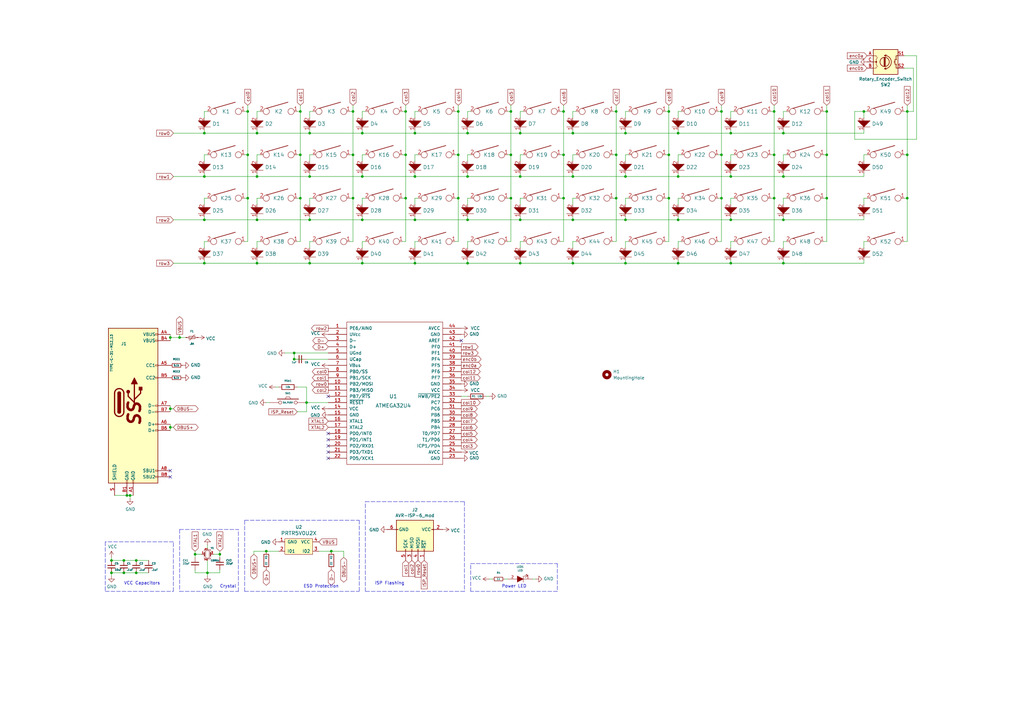
<source format=kicad_sch>
(kicad_sch (version 20211123) (generator eeschema)
  (paper "A3")
  (junction (at 187.96 81.28))
  (junction (at 170.18 90.17))
  (junction (at 191.77 107.95))
  (junction (at 101.6 45.72))
  (junction (at 73.66 138.43))
  (junction (at 231.14 81.28))
  (junction (at 299.72 90.17))
  (junction (at 123.19 45.72))
  (junction (at 209.55 81.28))
  (junction (at 105.41 54.61))
  (junction (at 213.36 107.95))
  (junction (at 101.6 81.28))
  (junction (at 123.19 63.5))
  (junction (at 278.13 72.39))
  (junction (at 274.32 45.72))
  (junction (at 127 54.61))
  (junction (at 148.59 107.95))
  (junction (at 317.5 81.28))
  (junction (at 339.09 63.5))
  (junction (at 166.37 63.5))
  (junction (at 53.34 203.2))
  (junction (at 83.82 72.39))
  (junction (at 256.54 90.17))
  (junction (at 252.73 63.5))
  (junction (at 50.8 229.87))
  (junction (at 372.11 63.5))
  (junction (at 105.41 107.95))
  (junction (at 166.37 45.72))
  (junction (at 321.31 72.39))
  (junction (at 213.36 90.17))
  (junction (at 105.41 72.39))
  (junction (at 101.6 63.5))
  (junction (at 135.89 226.06))
  (junction (at 339.09 45.72))
  (junction (at 321.31 54.61))
  (junction (at 278.13 90.17))
  (junction (at 252.73 81.28))
  (junction (at 295.91 63.5))
  (junction (at 83.82 90.17))
  (junction (at 170.18 54.61))
  (junction (at 55.88 234.95))
  (junction (at 80.01 227.33))
  (junction (at 144.78 81.28))
  (junction (at 120.65 144.78))
  (junction (at 231.14 45.72))
  (junction (at 234.95 90.17))
  (junction (at 295.91 45.72))
  (junction (at 83.82 54.61))
  (junction (at 52.07 203.2))
  (junction (at 123.19 81.28))
  (junction (at 372.11 81.28))
  (junction (at 321.31 107.95))
  (junction (at 125.73 165.1))
  (junction (at 339.09 81.28))
  (junction (at 127 72.39))
  (junction (at 274.32 81.28))
  (junction (at 252.73 45.72))
  (junction (at 317.5 45.72))
  (junction (at 256.54 54.61))
  (junction (at 274.32 63.5))
  (junction (at 170.18 72.39))
  (junction (at 191.77 90.17))
  (junction (at 144.78 63.5))
  (junction (at 234.95 107.95))
  (junction (at 69.85 167.64))
  (junction (at 278.13 54.61))
  (junction (at 148.59 72.39))
  (junction (at 109.22 226.06))
  (junction (at 55.88 229.87))
  (junction (at 90.17 227.33))
  (junction (at 278.13 107.95))
  (junction (at 45.72 229.87))
  (junction (at 85.09 234.95))
  (junction (at 50.8 234.95))
  (junction (at 105.41 90.17))
  (junction (at 317.5 63.5))
  (junction (at 299.72 72.39))
  (junction (at 295.91 81.28))
  (junction (at 231.14 63.5))
  (junction (at 83.82 107.95))
  (junction (at 170.18 107.95))
  (junction (at 299.72 54.61))
  (junction (at 209.55 63.5))
  (junction (at 127 90.17))
  (junction (at 354.33 45.72))
  (junction (at 144.78 45.72))
  (junction (at 299.72 107.95))
  (junction (at 166.37 81.28))
  (junction (at 187.96 63.5))
  (junction (at 256.54 107.95))
  (junction (at 45.72 234.95))
  (junction (at 187.96 45.72))
  (junction (at 69.85 138.43))
  (junction (at 120.65 147.32))
  (junction (at 209.55 45.72))
  (junction (at 191.77 54.61))
  (junction (at 191.77 72.39))
  (junction (at 127 107.95))
  (junction (at 213.36 72.39))
  (junction (at 69.85 175.26))
  (junction (at 321.31 90.17))
  (junction (at 234.95 54.61))
  (junction (at 234.95 72.39))
  (junction (at 213.36 54.61))
  (junction (at 256.54 72.39))
  (junction (at 148.59 90.17))
  (junction (at 148.59 54.61))
  (junction (at 372.11 45.72))
  (no_connect (at 134.62 182.88))
  (no_connect (at 134.62 187.96))
  (no_connect (at 189.23 139.7))
  (no_connect (at 69.85 193.04))
  (no_connect (at 134.62 177.8))
  (no_connect (at 134.62 180.34))
  (no_connect (at 134.62 162.56))
  (no_connect (at 69.85 195.58))
  (no_connect (at 134.62 185.42))
  (wire (pts (xy 209.55 63.5) (xy 209.55 81.28)))
  (polyline (pts (xy 100.33 242.57) (xy 100.33 213.36)))
  (wire (pts (xy 106.68 45.72) (xy 105.41 45.72)))
  (wire (pts (xy 110.49 165.1) (xy 109.22 165.1)))
  (wire (pts (xy 295.91 81.28) (xy 295.91 99.06)))
  (wire (pts (xy 69.85 138.43) (xy 69.85 139.7)))
  (wire (pts (xy 187.96 63.5) (xy 186.69 63.5)))
  (wire (pts (xy 128.27 45.72) (xy 127 45.72)))
  (wire (pts (xy 85.09 45.72) (xy 83.82 45.72)))
  (wire (pts (xy 234.95 88.9) (xy 234.95 90.17)))
  (wire (pts (xy 274.32 45.72) (xy 274.32 63.5)))
  (wire (pts (xy 170.18 107.95) (xy 191.77 107.95)))
  (wire (pts (xy 127 90.17) (xy 148.59 90.17)))
  (wire (pts (xy 170.18 71.12) (xy 170.18 72.39)))
  (polyline (pts (xy 73.66 242.57) (xy 97.79 242.57)))
  (wire (pts (xy 231.14 63.5) (xy 231.14 81.28)))
  (wire (pts (xy 299.72 54.61) (xy 321.31 54.61)))
  (wire (pts (xy 140.97 226.06) (xy 140.97 228.6)))
  (wire (pts (xy 256.54 88.9) (xy 256.54 90.17)))
  (wire (pts (xy 105.41 106.68) (xy 105.41 107.95)))
  (wire (pts (xy 127 107.95) (xy 148.59 107.95)))
  (wire (pts (xy 278.13 99.06) (xy 278.13 101.6)))
  (wire (pts (xy 256.54 99.06) (xy 256.54 101.6)))
  (wire (pts (xy 300.99 45.72) (xy 299.72 45.72)))
  (wire (pts (xy 73.66 138.43) (xy 76.2 138.43)))
  (wire (pts (xy 127 99.06) (xy 127 101.6)))
  (wire (pts (xy 191.77 54.61) (xy 213.36 54.61)))
  (wire (pts (xy 71.12 54.61) (xy 83.82 54.61)))
  (wire (pts (xy 339.09 43.18) (xy 339.09 45.72)))
  (wire (pts (xy 83.82 99.06) (xy 83.82 101.6)))
  (wire (pts (xy 209.55 81.28) (xy 209.55 99.06)))
  (wire (pts (xy 127 81.28) (xy 127 83.82)))
  (wire (pts (xy 317.5 99.06) (xy 316.23 99.06)))
  (wire (pts (xy 53.34 203.2) (xy 53.34 204.47)))
  (wire (pts (xy 166.37 63.5) (xy 166.37 81.28)))
  (wire (pts (xy 149.86 63.5) (xy 148.59 63.5)))
  (wire (pts (xy 171.45 45.72) (xy 170.18 45.72)))
  (wire (pts (xy 45.72 234.95) (xy 45.72 236.22)))
  (wire (pts (xy 127 88.9) (xy 127 90.17)))
  (wire (pts (xy 252.73 63.5) (xy 252.73 81.28)))
  (wire (pts (xy 294.64 81.28) (xy 295.91 81.28)))
  (wire (pts (xy 109.22 226.06) (xy 104.14 226.06)))
  (wire (pts (xy 251.46 81.28) (xy 252.73 81.28)))
  (wire (pts (xy 218.44 237.49) (xy 219.71 237.49)))
  (polyline (pts (xy 43.18 242.57) (xy 71.12 242.57)))
  (wire (pts (xy 125.73 165.1) (xy 125.73 168.91)))
  (wire (pts (xy 116.84 144.78) (xy 120.65 144.78)))
  (wire (pts (xy 355.6 45.72) (xy 354.33 45.72)))
  (wire (pts (xy 299.72 106.68) (xy 299.72 107.95)))
  (wire (pts (xy 106.68 63.5) (xy 105.41 63.5)))
  (wire (pts (xy 274.32 63.5) (xy 274.32 81.28)))
  (wire (pts (xy 214.63 99.06) (xy 213.36 99.06)))
  (wire (pts (xy 209.55 99.06) (xy 208.28 99.06)))
  (wire (pts (xy 83.82 45.72) (xy 83.82 48.26)))
  (wire (pts (xy 257.81 63.5) (xy 256.54 63.5)))
  (wire (pts (xy 130.81 226.06) (xy 135.89 226.06)))
  (wire (pts (xy 295.91 43.18) (xy 295.91 45.72)))
  (wire (pts (xy 339.09 45.72) (xy 339.09 63.5)))
  (wire (pts (xy 214.63 63.5) (xy 213.36 63.5)))
  (wire (pts (xy 299.72 90.17) (xy 321.31 90.17)))
  (wire (pts (xy 144.78 63.5) (xy 143.51 63.5)))
  (wire (pts (xy 321.31 81.28) (xy 321.31 83.82)))
  (wire (pts (xy 121.92 45.72) (xy 123.19 45.72)))
  (wire (pts (xy 193.04 99.06) (xy 191.77 99.06)))
  (wire (pts (xy 125.73 158.75) (xy 125.73 165.1)))
  (wire (pts (xy 104.14 226.06) (xy 104.14 227.33)))
  (wire (pts (xy 234.95 72.39) (xy 256.54 72.39)))
  (wire (pts (xy 144.78 45.72) (xy 144.78 63.5)))
  (wire (pts (xy 355.6 63.5) (xy 354.33 63.5)))
  (wire (pts (xy 354.33 45.72) (xy 354.33 48.26)))
  (wire (pts (xy 85.09 234.95) (xy 90.17 234.95)))
  (wire (pts (xy 105.41 72.39) (xy 127 72.39)))
  (polyline (pts (xy 228.6 242.57) (xy 193.04 242.57)))
  (wire (pts (xy 85.09 99.06) (xy 83.82 99.06)))
  (wire (pts (xy 300.99 81.28) (xy 299.72 81.28)))
  (wire (pts (xy 374.65 45.72) (xy 372.11 45.72)))
  (wire (pts (xy 234.95 45.72) (xy 234.95 48.26)))
  (wire (pts (xy 120.65 147.32) (xy 124.46 147.32)))
  (wire (pts (xy 170.18 90.17) (xy 191.77 90.17)))
  (polyline (pts (xy 73.66 217.17) (xy 73.66 242.57)))
  (wire (pts (xy 354.33 90.17) (xy 354.33 88.9)))
  (wire (pts (xy 295.91 45.72) (xy 295.91 63.5)))
  (wire (pts (xy 85.09 229.87) (xy 85.09 234.95)))
  (wire (pts (xy 372.11 43.18) (xy 372.11 45.72)))
  (wire (pts (xy 69.85 167.64) (xy 69.85 168.91)))
  (polyline (pts (xy 190.5 242.57) (xy 149.86 242.57)))
  (wire (pts (xy 106.68 99.06) (xy 105.41 99.06)))
  (wire (pts (xy 299.72 99.06) (xy 299.72 101.6)))
  (wire (pts (xy 370.84 22.86) (xy 375.92 22.86)))
  (wire (pts (xy 354.33 63.5) (xy 354.33 66.04)))
  (wire (pts (xy 231.14 43.18) (xy 231.14 45.72)))
  (wire (pts (xy 354.33 107.95) (xy 354.33 106.68)))
  (wire (pts (xy 123.19 81.28) (xy 123.19 99.06)))
  (wire (pts (xy 106.68 81.28) (xy 105.41 81.28)))
  (wire (pts (xy 85.09 234.95) (xy 85.09 236.22)))
  (wire (pts (xy 120.65 147.32) (xy 120.65 144.78)))
  (wire (pts (xy 213.36 71.12) (xy 213.36 72.39)))
  (wire (pts (xy 236.22 99.06) (xy 234.95 99.06)))
  (wire (pts (xy 375.92 22.86) (xy 375.92 57.15)))
  (wire (pts (xy 256.54 54.61) (xy 278.13 54.61)))
  (wire (pts (xy 322.58 63.5) (xy 321.31 63.5)))
  (wire (pts (xy 170.18 72.39) (xy 191.77 72.39)))
  (wire (pts (xy 148.59 90.17) (xy 170.18 90.17)))
  (wire (pts (xy 71.12 175.26) (xy 69.85 175.26)))
  (wire (pts (xy 321.31 63.5) (xy 321.31 66.04)))
  (wire (pts (xy 256.54 63.5) (xy 256.54 66.04)))
  (wire (pts (xy 127 54.61) (xy 148.59 54.61)))
  (wire (pts (xy 339.09 99.06) (xy 337.82 99.06)))
  (wire (pts (xy 321.31 90.17) (xy 321.31 88.9)))
  (wire (pts (xy 83.82 54.61) (xy 105.41 54.61)))
  (wire (pts (xy 299.72 53.34) (xy 299.72 54.61)))
  (wire (pts (xy 372.11 63.5) (xy 372.11 81.28)))
  (wire (pts (xy 50.8 234.95) (xy 45.72 234.95)))
  (wire (pts (xy 187.96 63.5) (xy 187.96 81.28)))
  (wire (pts (xy 105.41 63.5) (xy 105.41 66.04)))
  (wire (pts (xy 149.86 99.06) (xy 148.59 99.06)))
  (wire (pts (xy 321.31 72.39) (xy 321.31 71.12)))
  (wire (pts (xy 144.78 63.5) (xy 144.78 81.28)))
  (wire (pts (xy 83.82 53.34) (xy 83.82 54.61)))
  (wire (pts (xy 354.33 99.06) (xy 354.33 101.6)))
  (wire (pts (xy 191.77 53.34) (xy 191.77 54.61)))
  (wire (pts (xy 101.6 43.18) (xy 101.6 45.72)))
  (wire (pts (xy 100.33 45.72) (xy 101.6 45.72)))
  (polyline (pts (xy 149.86 242.57) (xy 149.86 205.74)))
  (wire (pts (xy 339.09 81.28) (xy 339.09 99.06)))
  (wire (pts (xy 170.18 63.5) (xy 170.18 66.04)))
  (wire (pts (xy 125.73 168.91) (xy 121.92 168.91)))
  (wire (pts (xy 165.1 81.28) (xy 166.37 81.28)))
  (wire (pts (xy 193.04 63.5) (xy 191.77 63.5)))
  (wire (pts (xy 123.19 63.5) (xy 123.19 81.28)))
  (wire (pts (xy 209.55 45.72) (xy 209.55 63.5)))
  (wire (pts (xy 370.84 81.28) (xy 372.11 81.28)))
  (wire (pts (xy 52.07 203.2) (xy 53.34 203.2)))
  (wire (pts (xy 300.99 63.5) (xy 299.72 63.5)))
  (wire (pts (xy 166.37 45.72) (xy 166.37 63.5)))
  (wire (pts (xy 114.3 226.06) (xy 109.22 226.06)))
  (wire (pts (xy 278.13 71.12) (xy 278.13 72.39)))
  (wire (pts (xy 45.72 228.6) (xy 45.72 229.87)))
  (wire (pts (xy 370.84 45.72) (xy 372.11 45.72)))
  (wire (pts (xy 274.32 63.5) (xy 273.05 63.5)))
  (wire (pts (xy 166.37 43.18) (xy 166.37 45.72)))
  (wire (pts (xy 50.8 229.87) (xy 45.72 229.87)))
  (wire (pts (xy 355.6 81.28) (xy 354.33 81.28)))
  (wire (pts (xy 127 106.68) (xy 127 107.95)))
  (wire (pts (xy 214.63 81.28) (xy 213.36 81.28)))
  (wire (pts (xy 121.92 158.75) (xy 125.73 158.75)))
  (wire (pts (xy 294.64 45.72) (xy 295.91 45.72)))
  (wire (pts (xy 100.33 81.28) (xy 101.6 81.28)))
  (wire (pts (xy 60.96 229.87) (xy 55.88 229.87)))
  (wire (pts (xy 120.65 144.78) (xy 134.62 144.78)))
  (wire (pts (xy 234.95 99.06) (xy 234.95 101.6)))
  (wire (pts (xy 295.91 63.5) (xy 294.64 63.5)))
  (wire (pts (xy 69.85 137.16) (xy 69.85 138.43)))
  (wire (pts (xy 71.12 167.64) (xy 69.85 167.64)))
  (polyline (pts (xy 190.5 205.74) (xy 190.5 242.57)))
  (wire (pts (xy 191.77 106.68) (xy 191.77 107.95)))
  (wire (pts (xy 189.23 162.56) (xy 191.77 162.56)))
  (wire (pts (xy 257.81 45.72) (xy 256.54 45.72)))
  (wire (pts (xy 350.52 45.72) (xy 350.52 57.15)))
  (wire (pts (xy 256.54 45.72) (xy 256.54 48.26)))
  (wire (pts (xy 83.82 107.95) (xy 71.12 107.95)))
  (wire (pts (xy 299.72 71.12) (xy 299.72 72.39)))
  (wire (pts (xy 170.18 45.72) (xy 170.18 48.26)))
  (wire (pts (xy 128.27 63.5) (xy 127 63.5)))
  (wire (pts (xy 83.82 106.68) (xy 83.82 107.95)))
  (wire (pts (xy 148.59 72.39) (xy 170.18 72.39)))
  (wire (pts (xy 256.54 90.17) (xy 278.13 90.17)))
  (wire (pts (xy 295.91 63.5) (xy 295.91 81.28)))
  (wire (pts (xy 90.17 227.33) (xy 90.17 226.06)))
  (wire (pts (xy 83.82 72.39) (xy 105.41 72.39)))
  (wire (pts (xy 200.66 237.49) (xy 201.93 237.49)))
  (wire (pts (xy 234.95 81.28) (xy 234.95 83.82)))
  (wire (pts (xy 85.09 223.52) (xy 85.09 224.79)))
  (wire (pts (xy 354.33 54.61) (xy 354.33 53.34)))
  (wire (pts (xy 213.36 88.9) (xy 213.36 90.17)))
  (wire (pts (xy 299.72 45.72) (xy 299.72 48.26)))
  (wire (pts (xy 83.82 107.95) (xy 105.41 107.95)))
  (wire (pts (xy 83.82 88.9) (xy 83.82 90.17)))
  (wire (pts (xy 148.59 45.72) (xy 148.59 48.26)))
  (wire (pts (xy 257.81 81.28) (xy 256.54 81.28)))
  (wire (pts (xy 354.33 45.72) (xy 350.52 45.72)))
  (wire (pts (xy 171.45 81.28) (xy 170.18 81.28)))
  (wire (pts (xy 191.77 45.72) (xy 191.77 48.26)))
  (wire (pts (xy 80.01 233.68) (xy 80.01 234.95)))
  (polyline (pts (xy 147.32 213.36) (xy 147.32 242.57)))
  (wire (pts (xy 148.59 106.68) (xy 148.59 107.95)))
  (wire (pts (xy 105.41 71.12) (xy 105.41 72.39)))
  (wire (pts (xy 322.58 81.28) (xy 321.31 81.28)))
  (wire (pts (xy 209.55 63.5) (xy 208.28 63.5)))
  (wire (pts (xy 317.5 81.28) (xy 317.5 99.06)))
  (wire (pts (xy 274.32 43.18) (xy 274.32 45.72)))
  (wire (pts (xy 213.36 90.17) (xy 234.95 90.17)))
  (wire (pts (xy 256.54 71.12) (xy 256.54 72.39)))
  (wire (pts (xy 144.78 99.06) (xy 143.51 99.06)))
  (wire (pts (xy 213.36 45.72) (xy 213.36 48.26)))
  (wire (pts (xy 191.77 81.28) (xy 191.77 83.82)))
  (wire (pts (xy 187.96 99.06) (xy 186.69 99.06)))
  (wire (pts (xy 256.54 81.28) (xy 256.54 83.82)))
  (wire (pts (xy 322.58 99.06) (xy 321.31 99.06)))
  (wire (pts (xy 208.28 81.28) (xy 209.55 81.28)))
  (wire (pts (xy 80.01 227.33) (xy 80.01 228.6)))
  (wire (pts (xy 252.73 81.28) (xy 252.73 99.06)))
  (wire (pts (xy 229.87 81.28) (xy 231.14 81.28)))
  (wire (pts (xy 125.73 147.32) (xy 134.62 147.32)))
  (wire (pts (xy 191.77 63.5) (xy 191.77 66.04)))
  (wire (pts (xy 69.85 138.43) (xy 73.66 138.43)))
  (wire (pts (xy 127 72.39) (xy 148.59 72.39)))
  (wire (pts (xy 234.95 90.17) (xy 256.54 90.17)))
  (wire (pts (xy 149.86 81.28) (xy 148.59 81.28)))
  (wire (pts (xy 316.23 45.72) (xy 317.5 45.72)))
  (wire (pts (xy 213.36 53.34) (xy 213.36 54.61)))
  (wire (pts (xy 355.6 99.06) (xy 354.33 99.06)))
  (wire (pts (xy 234.95 53.34) (xy 234.95 54.61)))
  (wire (pts (xy 337.82 45.72) (xy 339.09 45.72)))
  (wire (pts (xy 46.99 203.2) (xy 52.07 203.2)))
  (wire (pts (xy 213.36 99.06) (xy 213.36 101.6)))
  (wire (pts (xy 123.19 43.18) (xy 123.19 45.72)))
  (wire (pts (xy 166.37 81.28) (xy 166.37 99.06)))
  (wire (pts (xy 354.33 72.39) (xy 354.33 71.12)))
  (wire (pts (xy 279.4 63.5) (xy 278.13 63.5)))
  (wire (pts (xy 321.31 90.17) (xy 354.33 90.17)))
  (polyline (pts (xy 193.04 242.57) (xy 193.04 231.14)))
  (wire (pts (xy 128.27 99.06) (xy 127 99.06)))
  (wire (pts (xy 101.6 63.5) (xy 101.6 81.28)))
  (wire (pts (xy 143.51 45.72) (xy 144.78 45.72)))
  (wire (pts (xy 170.18 88.9) (xy 170.18 90.17)))
  (wire (pts (xy 273.05 81.28) (xy 274.32 81.28)))
  (wire (pts (xy 170.18 54.61) (xy 191.77 54.61)))
  (wire (pts (xy 372.11 45.72) (xy 372.11 63.5)))
  (wire (pts (xy 252.73 43.18) (xy 252.73 45.72)))
  (wire (pts (xy 256.54 53.34) (xy 256.54 54.61)))
  (wire (pts (xy 85.09 81.28) (xy 83.82 81.28)))
  (wire (pts (xy 278.13 88.9) (xy 278.13 90.17)))
  (wire (pts (xy 231.14 81.28) (xy 231.14 99.06)))
  (wire (pts (xy 278.13 53.34) (xy 278.13 54.61)))
  (wire (pts (xy 299.72 107.95) (xy 321.31 107.95)))
  (wire (pts (xy 299.72 72.39) (xy 321.31 72.39)))
  (wire (pts (xy 85.09 63.5) (xy 83.82 63.5)))
  (wire (pts (xy 213.36 54.61) (xy 234.95 54.61)))
  (wire (pts (xy 55.88 229.87) (xy 50.8 229.87)))
  (wire (pts (xy 191.77 99.06) (xy 191.77 101.6)))
  (wire (pts (xy 213.36 106.68) (xy 213.36 107.95)))
  (wire (pts (xy 209.55 43.18) (xy 209.55 45.72)))
  (wire (pts (xy 105.41 99.06) (xy 105.41 101.6)))
  (wire (pts (xy 213.36 81.28) (xy 213.36 83.82)))
  (wire (pts (xy 317.5 63.5) (xy 316.23 63.5)))
  (wire (pts (xy 127 63.5) (xy 127 66.04)))
  (wire (pts (xy 295.91 99.06) (xy 294.64 99.06)))
  (wire (pts (xy 191.77 88.9) (xy 191.77 90.17)))
  (wire (pts (xy 256.54 107.95) (xy 278.13 107.95)))
  (wire (pts (xy 321.31 45.72) (xy 321.31 48.26)))
  (wire (pts (xy 83.82 72.39) (xy 71.12 72.39)))
  (polyline (pts (xy 43.18 222.25) (xy 43.18 242.57)))
  (wire (pts (xy 278.13 63.5) (xy 278.13 66.04)))
  (wire (pts (xy 127 53.34) (xy 127 54.61)))
  (wire (pts (xy 90.17 234.95) (xy 90.17 233.68)))
  (wire (pts (xy 337.82 81.28) (xy 339.09 81.28)))
  (wire (pts (xy 105.41 54.61) (xy 127 54.61)))
  (wire (pts (xy 321.31 54.61) (xy 321.31 53.34)))
  (wire (pts (xy 278.13 107.95) (xy 299.72 107.95)))
  (wire (pts (xy 105.41 88.9) (xy 105.41 90.17)))
  (wire (pts (xy 171.45 99.06) (xy 170.18 99.06)))
  (wire (pts (xy 317.5 63.5) (xy 317.5 81.28)))
  (wire (pts (xy 186.69 45.72) (xy 187.96 45.72)))
  (wire (pts (xy 69.85 175.26) (xy 69.85 176.53)))
  (wire (pts (xy 231.14 63.5) (xy 229.87 63.5)))
  (wire (pts (xy 234.95 107.95) (xy 256.54 107.95)))
  (wire (pts (xy 134.62 165.1) (xy 125.73 165.1)))
  (polyline (pts (xy 100.33 213.36) (xy 147.32 213.36)))
  (wire (pts (xy 252.73 63.5) (xy 251.46 63.5)))
  (wire (pts (xy 90.17 227.33) (xy 90.17 228.6)))
  (wire (pts (xy 236.22 81.28) (xy 234.95 81.28)))
  (wire (pts (xy 105.41 81.28) (xy 105.41 83.82)))
  (wire (pts (xy 321.31 99.06) (xy 321.31 101.6)))
  (wire (pts (xy 114.3 158.75) (xy 113.03 158.75)))
  (wire (pts (xy 350.52 57.15) (xy 375.92 57.15)))
  (wire (pts (xy 231.14 45.72) (xy 231.14 63.5)))
  (wire (pts (xy 278.13 81.28) (xy 278.13 83.82)))
  (wire (pts (xy 123.19 63.5) (xy 121.92 63.5)))
  (wire (pts (xy 300.99 99.06) (xy 299.72 99.06)))
  (wire (pts (xy 213.36 107.95) (xy 234.95 107.95)))
  (wire (pts (xy 82.55 227.33) (xy 80.01 227.33)))
  (wire (pts (xy 144.78 81.28) (xy 144.78 99.06)))
  (wire (pts (xy 191.77 72.39) (xy 213.36 72.39)))
  (wire (pts (xy 279.4 45.72) (xy 278.13 45.72)))
  (wire (pts (xy 199.39 162.56) (xy 200.66 162.56)))
  (wire (pts (xy 55.88 234.95) (xy 50.8 234.95)))
  (wire (pts (xy 170.18 99.06) (xy 170.18 101.6)))
  (wire (pts (xy 252.73 99.06) (xy 251.46 99.06)))
  (wire (pts (xy 123.19 45.72) (xy 123.19 63.5)))
  (wire (pts (xy 148.59 54.61) (xy 170.18 54.61)))
  (wire (pts (xy 171.45 63.5) (xy 170.18 63.5)))
  (wire (pts (xy 251.46 45.72) (xy 252.73 45.72)))
  (wire (pts (xy 105.41 53.34) (xy 105.41 54.61)))
  (wire (pts (xy 135.89 226.06) (xy 140.97 226.06)))
  (wire (pts (xy 60.96 234.95) (xy 55.88 234.95)))
  (polyline (pts (xy 100.33 242.57) (xy 147.32 242.57)))
  (wire (pts (xy 128.27 81.28) (xy 127 81.28)))
  (wire (pts (xy 213.36 63.5) (xy 213.36 66.04)))
  (wire (pts (xy 144.78 43.18) (xy 144.78 45.72)))
  (wire (pts (xy 278.13 54.61) (xy 299.72 54.61)))
  (wire (pts (xy 252.73 45.72) (xy 252.73 63.5)))
  (wire (pts (xy 166.37 99.06) (xy 165.1 99.06)))
  (wire (pts (xy 317.5 45.72) (xy 317.5 63.5)))
  (wire (pts (xy 53.34 203.2) (xy 54.61 203.2)))
  (wire (pts (xy 234.95 71.12) (xy 234.95 72.39)))
  (wire (pts (xy 316.23 81.28) (xy 317.5 81.28)))
  (wire (pts (xy 148.59 71.12) (xy 148.59 72.39)))
  (wire (pts (xy 231.14 99.06) (xy 229.87 99.06)))
  (wire (pts (xy 148.59 53.34) (xy 148.59 54.61)))
  (wire (pts (xy 105.41 45.72) (xy 105.41 48.26)))
  (wire (pts (xy 236.22 63.5) (xy 234.95 63.5)))
  (wire (pts (xy 207.01 237.49) (xy 208.28 237.49)))
  (wire (pts (xy 372.11 63.5) (xy 370.84 63.5)))
  (polyline (pts (xy 149.86 205.74) (xy 190.5 205.74)))
  (wire (pts (xy 170.18 53.34) (xy 170.18 54.61)))
  (wire (pts (xy 166.37 63.5) (xy 165.1 63.5)))
  (wire (pts (xy 214.63 45.72) (xy 213.36 45.72)))
  (wire (pts (xy 213.36 72.39) (xy 234.95 72.39)))
  (wire (pts (xy 83.82 63.5) (xy 83.82 66.04)))
  (wire (pts (xy 256.54 72.39) (xy 278.13 72.39)))
  (wire (pts (xy 374.65 27.94) (xy 374.65 45.72)))
  (wire (pts (xy 148.59 63.5) (xy 148.59 66.04)))
  (wire (pts (xy 273.05 45.72) (xy 274.32 45.72)))
  (wire (pts (xy 321.31 107.95) (xy 354.33 107.95)))
  (wire (pts (xy 148.59 107.95) (xy 170.18 107.95)))
  (wire (pts (xy 236.22 45.72) (xy 234.95 45.72)))
  (wire (pts (xy 87.63 227.33) (xy 90.17 227.33)))
  (polyline (pts (xy 73.66 217.17) (xy 97.79 217.17)))
  (wire (pts (xy 187.96 43.18) (xy 187.96 45.72)))
  (wire (pts (xy 187.96 81.28) (xy 187.96 99.06)))
  (wire (pts (xy 105.41 107.95) (xy 127 107.95)))
  (wire (pts (xy 143.51 81.28) (xy 144.78 81.28)))
  (wire (pts (xy 279.4 81.28) (xy 278.13 81.28)))
  (wire (pts (xy 127 45.72) (xy 127 48.26)))
  (wire (pts (xy 234.95 63.5) (xy 234.95 66.04)))
  (wire (pts (xy 278.13 106.68) (xy 278.13 107.95)))
  (wire (pts (xy 80.01 227.33) (xy 80.01 226.06)))
  (wire (pts (xy 80.01 234.95) (xy 85.09 234.95)))
  (wire (pts (xy 83.82 90.17) (xy 105.41 90.17)))
  (wire (pts (xy 83.82 90.17) (xy 71.12 90.17)))
  (wire (pts (xy 69.85 166.37) (xy 69.85 167.64)))
  (wire (pts (xy 127 71.12) (xy 127 72.39)))
  (polyline (pts (xy 71.12 222.25) (xy 43.18 222.25)))
  (wire (pts (xy 193.04 45.72) (xy 191.77 45.72)))
  (wire (pts (xy 229.87 45.72) (xy 231.14 45.72)))
  (wire (pts (xy 148.59 88.9) (xy 148.59 90.17)))
  (wire (pts (xy 148.59 81.28) (xy 148.59 83.82)))
  (wire (pts (xy 101.6 99.06) (xy 100.33 99.06)))
  (wire (pts (xy 149.86 45.72) (xy 148.59 45.72)))
  (wire (pts (xy 187.96 45.72) (xy 187.96 63.5)))
  (wire (pts (xy 278.13 72.39) (xy 299.72 72.39)))
  (wire (pts (xy 101.6 81.28) (xy 101.6 99.06)))
  (wire (pts (xy 165.1 45.72) (xy 166.37 45.72)))
  (wire (pts (xy 321.31 107.95) (xy 321.31 106.68)))
  (wire (pts (xy 274.32 81.28) (xy 274.32 99.06)))
  (wire (pts (xy 322.58 45.72) (xy 321.31 45.72)))
  (wire (pts (xy 234.95 106.68) (xy 234.95 107.95)))
  (wire (pts (xy 208.28 45.72) (xy 209.55 45.72)))
  (wire (pts (xy 256.54 106.68) (xy 256.54 107.95)))
  (wire (pts (xy 170.18 106.68) (xy 170.18 107.95)))
  (wire (pts (xy 321.31 72.39) (xy 354.33 72.39)))
  (wire (pts (xy 186.69 81.28) (xy 187.96 81.28)))
  (wire (pts (xy 83.82 71.12) (xy 83.82 72.39)))
  (wire (pts (xy 372.11 99.06) (xy 370.84 99.06)))
  (wire (pts (xy 299.72 63.5) (xy 299.72 66.04)))
  (wire (pts (xy 278.13 90.17) (xy 299.72 90.17)))
  (wire (pts (xy 339.09 63.5) (xy 337.82 63.5)))
  (wire (pts (xy 257.81 99.06) (xy 256.54 99.06)))
  (wire (pts (xy 370.84 27.94) (xy 374.65 27.94)))
  (polyline (pts (xy 193.04 231.14) (xy 228.6 231.14)))
  (wire (pts (xy 148.59 99.06) (xy 148.59 101.6)))
  (wire (pts (xy 170.18 81.28) (xy 170.18 83.82)))
  (wire (pts (xy 191.77 90.17) (xy 213.36 90.17)))
  (wire (pts (xy 274.32 99.06) (xy 273.05 99.06)))
  (wire (pts (xy 73.66 137.16) (xy 73.66 138.43)))
  (wire (pts (xy 279.4 99.06) (xy 278.13 99.06)))
  (wire (pts (xy 299.72 81.28) (xy 299.72 83.82)))
  (wire (pts (xy 105.41 90.17) (xy 127 90.17)))
  (wire (pts (xy 193.04 81.28) (xy 191.77 81.28)))
  (wire (pts (xy 101.6 45.72) (xy 101.6 63.5)))
  (wire (pts (xy 121.92 81.28) (xy 123.19 81.28)))
  (wire (pts (xy 191.77 107.95) (xy 213.36 107.95)))
  (wire (pts (xy 339.09 63.5) (xy 339.09 81.28)))
  (wire (pts (xy 69.85 173.99) (xy 69.85 175.26)))
  (wire (pts (xy 191.77 71.12) (xy 191.77 72.39)))
  (wire (pts (xy 123.19 99.06) (xy 121.92 99.06)))
  (wire (pts (xy 317.5 43.18) (xy 317.5 45.72)))
  (polyline (pts (xy 97.79 242.57) (xy 97.79 217.17)))
  (wire (pts (xy 278.13 45.72) (xy 278.13 48.26)))
  (wire (pts (xy 372.11 81.28) (xy 372.11 99.06)))
  (wire (pts (xy 83.82 81.28) (xy 83.82 83.82)))
  (wire (pts (xy 354.33 81.28) (xy 354.33 83.82)))
  (wire (pts (xy 299.72 88.9) (xy 299.72 90.17)))
  (polyline (pts (xy 71.12 242.57) (xy 71.12 222.25)))
  (polyline (pts (xy 228.6 231.14) (xy 228.6 242.57)))
  (wire (pts (xy 101.6 63.5) (xy 100.33 63.5)))
  (wire (pts (xy 234.95 54.61) (xy 256.54 54.61)))
  (wire (pts (xy 321.31 54.61) (xy 354.33 54.61)))
  (text "ESD Protection" (at 124.46 241.3 0) (effects (font (size 1.27 1.27)) (justify left bottom)))
  (text "Crystal" (at 90.17 241.3 0) (effects (font (size 1.27 1.27)) (justify left bottom)))
  (text "Power LED" (at 205.74 241.3 0) (effects (font (size 1.27 1.27)) (justify left bottom)))
  (text "VCC Capacitors" (at 50.8 240.03 0) (effects (font (size 1.27 1.27)) (justify left bottom)))
  (text "ISP Flashing" (at 153.67 240.03 0) (effects (font (size 1.27 1.27)) (justify left bottom)))
  (global_label "VBUS" (shape input) (at 130.81 222.25 0) (property "Intersheet References" "${INTERSHEET_REFS}" (effects hide)))
  (global_label "col8" (shape input) (at 274.32 43.18 90) (property "Intersheet References" "${INTERSHEET_REFS}" (effects hide)))
  (global_label "col2" (shape input) (at 168.91 229.87 270) (property "Intersheet References" "${INTERSHEET_REFS}" (effects hide)))
  (global_label "enc0a" (shape output) (at 189.23 149.86 0) (property "Intersheet References" "${INTERSHEET_REFS}" (effects hide)))
  (global_label "col4" (shape input) (at 187.96 43.18 90) (property "Intersheet References" "${INTERSHEET_REFS}" (effects hide)))
  (global_label "col7" (shape output) (at 189.23 172.72 0) (property "Intersheet References" "${INTERSHEET_REFS}" (effects hide)))
  (global_label "row2" (shape input) (at 71.12 90.17 180) (property "Intersheet References" "${INTERSHEET_REFS}" (effects hide)))
  (global_label "col0" (shape output) (at 134.62 152.4 180) (property "Intersheet References" "${INTERSHEET_REFS}" (effects hide)))
  (global_label "col2" (shape input) (at 144.78 43.18 90) (property "Intersheet References" "${INTERSHEET_REFS}" (effects hide)))
  (global_label "XTAL1" (shape input) (at 80.01 226.06 90) (property "Intersheet References" "${INTERSHEET_REFS}" (effects hide)))
  (global_label "D+" (shape bidirectional) (at 134.62 142.24 180) (property "Intersheet References" "${INTERSHEET_REFS}" (effects hide)))
  (global_label "row0" (shape output) (at 134.62 157.48 180) (property "Intersheet References" "${INTERSHEET_REFS}" (effects hide)))
  (global_label "VBUS" (shape output) (at 73.66 137.16 90) (property "Intersheet References" "${INTERSHEET_REFS}" (effects hide)))
  (global_label "col4" (shape output) (at 189.23 180.34 0) (property "Intersheet References" "${INTERSHEET_REFS}" (effects hide)))
  (global_label "row3" (shape input) (at 71.12 107.95 180) (property "Intersheet References" "${INTERSHEET_REFS}" (effects hide)))
  (global_label "col3" (shape input) (at 166.37 43.18 90) (property "Intersheet References" "${INTERSHEET_REFS}" (effects hide)))
  (global_label "D+" (shape bidirectional) (at 109.22 233.68 270) (property "Intersheet References" "${INTERSHEET_REFS}" (effects hide)))
  (global_label "D-" (shape bidirectional) (at 134.62 139.7 180) (property "Intersheet References" "${INTERSHEET_REFS}" (effects hide)))
  (global_label "col12" (shape output) (at 189.23 152.4 0) (property "Intersheet References" "${INTERSHEET_REFS}" (effects hide)))
  (global_label "col7" (shape input) (at 252.73 43.18 90) (property "Intersheet References" "${INTERSHEET_REFS}" (effects hide)))
  (global_label "col5" (shape input) (at 209.55 43.18 90) (property "Intersheet References" "${INTERSHEET_REFS}" (effects hide)))
  (global_label "col9" (shape input) (at 295.91 43.18 90) (property "Intersheet References" "${INTERSHEET_REFS}" (effects hide)))
  (global_label "DBUS-" (shape bidirectional) (at 140.97 228.6 270) (property "Intersheet References" "${INTERSHEET_REFS}" (effects hide)))
  (global_label "enc0b" (shape input) (at 355.6 27.94 180) (property "Intersheet References" "${INTERSHEET_REFS}" (effects hide)))
  (global_label "col2" (shape output) (at 134.62 160.02 180) (property "Intersheet References" "${INTERSHEET_REFS}" (effects hide)))
  (global_label "col6" (shape input) (at 231.14 43.18 90) (property "Intersheet References" "${INTERSHEET_REFS}" (effects hide)))
  (global_label "row1" (shape output) (at 189.23 142.24 0) (property "Intersheet References" "${INTERSHEET_REFS}" (effects hide)))
  (global_label "col9" (shape output) (at 189.23 167.64 0) (property "Intersheet References" "${INTERSHEET_REFS}" (effects hide)))
  (global_label "D-" (shape bidirectional) (at 135.89 233.68 270) (property "Intersheet References" "${INTERSHEET_REFS}" (effects hide)))
  (global_label "enc0a" (shape input) (at 355.6 22.86 180) (property "Intersheet References" "${INTERSHEET_REFS}" (effects hide)))
  (global_label "row0" (shape input) (at 171.45 229.87 270) (property "Intersheet References" "${INTERSHEET_REFS}" (effects hide)))
  (global_label "col10" (shape output) (at 189.23 165.1 0) (property "Intersheet References" "${INTERSHEET_REFS}" (effects hide)))
  (global_label "row2" (shape output) (at 134.62 134.62 180) (property "Intersheet References" "${INTERSHEET_REFS}" (effects hide)))
  (global_label "col8" (shape output) (at 189.23 170.18 0) (property "Intersheet References" "${INTERSHEET_REFS}" (effects hide)))
  (global_label "DBUS+" (shape bidirectional) (at 71.12 175.26 0) (property "Intersheet References" "${INTERSHEET_REFS}" (effects hide)))
  (global_label "ISP_Reset" (shape input) (at 173.99 229.87 270) (property "Intersheet References" "${INTERSHEET_REFS}" (effects hide)))
  (global_label "XTAL2" (shape input) (at 90.17 226.06 90) (property "Intersheet References" "${INTERSHEET_REFS}" (effects hide)))
  (global_label "XTAL1" (shape input) (at 134.62 172.72 180) (property "Intersheet References" "${INTERSHEET_REFS}" (effects hide)))
  (global_label "col1" (shape input) (at 166.37 229.87 270) (property "Intersheet References" "${INTERSHEET_REFS}" (effects hide)))
  (global_label "row0" (shape input) (at 71.12 54.61 180) (property "Intersheet References" "${INTERSHEET_REFS}" (effects hide)))
  (global_label "col11" (shape output) (at 189.23 154.94 0) (property "Intersheet References" "${INTERSHEET_REFS}" (effects hide)))
  (global_label "ISP_Reset" (shape input) (at 121.92 168.91 180) (property "Intersheet References" "${INTERSHEET_REFS}" (effects hide)))
  (global_label "col10" (shape input) (at 317.5 43.18 90) (property "Intersheet References" "${INTERSHEET_REFS}" (effects hide)))
  (global_label "col5" (shape output) (at 189.23 177.8 0) (property "Intersheet References" "${INTERSHEET_REFS}" (effects hide)))
  (global_label "col12" (shape input) (at 372.11 43.18 90) (property "Intersheet References" "${INTERSHEET_REFS}" (effects hide)))
  (global_label "col3" (shape output) (at 189.23 182.88 0) (property "Intersheet References" "${INTERSHEET_REFS}" (effects hide)))
  (global_label "col0" (shape input) (at 101.6 43.18 90) (property "Intersheet References" "${INTERSHEET_REFS}" (effects hide)))
  (global_label "XTAL2" (shape input) (at 134.62 175.26 180) (property "Intersheet References" "${INTERSHEET_REFS}" (effects hide)))
  (global_label "row1" (shape input) (at 71.12 72.39 180) (property "Intersheet References" "${INTERSHEET_REFS}" (effects hide)))
  (global_label "col11" (shape input) (at 339.09 43.18 90) (property "Intersheet References" "${INTERSHEET_REFS}" (effects hide)))
  (global_label "col6" (shape output) (at 189.23 175.26 0) (property "Intersheet References" "${INTERSHEET_REFS}" (effects hide)))
  (global_label "row3" (shape output) (at 189.23 144.78 0) (property "Intersheet References" "${INTERSHEET_REFS}" (effects hide)))
  (global_label "col1" (shape output) (at 134.62 154.94 180) (property "Intersheet References" "${INTERSHEET_REFS}" (effects hide)))
  (global_label "DBUS+" (shape bidirectional) (at 104.14 227.33 270) (property "Intersheet References" "${INTERSHEET_REFS}" (effects hide)))
  (global_label "enc0b" (shape output) (at 189.23 147.32 0) (property "Intersheet References" "${INTERSHEET_REFS}" (effects hide)))
  (global_label "DBUS-" (shape bidirectional) (at 71.12 167.64 0) (property "Intersheet References" "${INTERSHEET_REFS}" (effects hide)))
  (global_label "col1" (shape input) (at 123.19 43.18 90) (property "Intersheet References" "${INTERSHEET_REFS}" (effects hide)))
  (symbol (lib_id "pcb-rescue:KEYSW-keyboard_parts-Ori-rescue-lucy-rescue") (at 92.71 45.72 0) (unit 1)
    (property "Reference" "K1" (at 92.71 45.72 0) (effects (font (size 1.524 1.524))))
    (property "Value" "KEYSW" (effects hide))
    (property "Footprint" "Keeb_footprints:MX100" (effects hide))
  )
  (symbol (lib_id "pcb-rescue:KEYSW-keyboard_parts-Ori-rescue-lucy-rescue") (at 92.71 63.5 0) (unit 1)
    (property "Reference" "K13" (at 92.71 63.5 0) (effects (font (size 1.524 1.524))))
    (property "Value" "KEYSW" (effects hide))
    (property "Footprint" "Keeb_footprints:MX100" (effects hide))
  )
  (symbol (lib_id "pcb-rescue:D-keyboard_parts-Ori-rescue-lucy-rescue") (at 83.82 52.07 180) (unit 1)
    (property "Reference" "D1" (at 87.0712 50.8 0) (effects (font (size 1.524 1.524)) (justify right)))
    (property "Value" "D" (effects hide))
    (property "Footprint" "Keeb_footprints:D_SOD-123_modified" (effects hide))
  )
  (symbol (lib_id "pcb-rescue:D-keyboard_parts-Ori-rescue-lucy-rescue") (at 83.82 69.85 180) (unit 1)
    (property "Reference" "D13" (at 87.0712 68.58 0) (effects (font (size 1.524 1.524)) (justify right)))
    (property "Value" "D" (effects hide))
    (property "Footprint" "Keeb_footprints:D_SOD-123_modified" (effects hide))
  )
  (symbol (lib_id "pcb-rescue:KEYSW-keyboard_parts-Ori-rescue-lucy-rescue") (at 114.3 45.72 0) (unit 1)
    (property "Reference" "K2" (at 114.3 45.72 0) (effects (font (size 1.524 1.524))))
    (property "Value" "KEYSW" (effects hide))
    (property "Footprint" "Keeb_footprints:MX100" (effects hide))
  )
  (symbol (lib_id "pcb-rescue:KEYSW-keyboard_parts-Ori-rescue-lucy-rescue") (at 114.3 63.5 0) (unit 1)
    (property "Reference" "K14" (at 114.3 63.5 0) (effects (font (size 1.524 1.524))))
    (property "Value" "KEYSW" (effects hide))
    (property "Footprint" "Keeb_footprints:MX100" (effects hide))
  )
  (symbol (lib_id "pcb-rescue:D-keyboard_parts-Ori-rescue-lucy-rescue") (at 105.41 52.07 180) (unit 1)
    (property "Reference" "D2" (at 108.6612 50.8 0) (effects (font (size 1.524 1.524)) (justify right)))
    (property "Value" "D" (effects hide))
    (property "Footprint" "Keeb_footprints:D_SOD-123_modified" (effects hide))
  )
  (symbol (lib_id "pcb-rescue:D-keyboard_parts-Ori-rescue-lucy-rescue") (at 105.41 69.85 180) (unit 1)
    (property "Reference" "D14" (at 108.6612 68.58 0) (effects (font (size 1.524 1.524)) (justify right)))
    (property "Value" "D" (effects hide))
    (property "Footprint" "Keeb_footprints:D_SOD-123_modified" (effects hide))
  )
  (symbol (lib_id "pcb-rescue:KEYSW-keyboard_parts-Ori-rescue-lucy-rescue") (at 135.89 45.72 0) (unit 1)
    (property "Reference" "K3" (at 135.89 45.72 0) (effects (font (size 1.524 1.524))))
    (property "Value" "KEYSW" (effects hide))
    (property "Footprint" "Keeb_footprints:MX100" (effects hide))
  )
  (symbol (lib_id "pcb-rescue:KEYSW-keyboard_parts-Ori-rescue-lucy-rescue") (at 135.89 63.5 0) (unit 1)
    (property "Reference" "K15" (at 135.89 63.5 0) (effects (font (size 1.524 1.524))))
    (property "Value" "KEYSW" (effects hide))
    (property "Footprint" "Keeb_footprints:MX100" (effects hide))
  )
  (symbol (lib_id "pcb-rescue:D-keyboard_parts-Ori-rescue-lucy-rescue") (at 127 52.07 180) (unit 1)
    (property "Reference" "D3" (at 130.2512 50.8 0) (effects (font (size 1.524 1.524)) (justify right)))
    (property "Value" "D" (effects hide))
    (property "Footprint" "Keeb_footprints:D_SOD-123_modified" (effects hide))
  )
  (symbol (lib_id "pcb-rescue:D-keyboard_parts-Ori-rescue-lucy-rescue") (at 127 69.85 180) (unit 1)
    (property "Reference" "D15" (at 130.2512 68.58 0) (effects (font (size 1.524 1.524)) (justify right)))
    (property "Value" "D" (effects hide))
    (property "Footprint" "Keeb_footprints:D_SOD-123_modified" (effects hide))
  )
  (symbol (lib_id "pcb-rescue:KEYSW-keyboard_parts-Ori-rescue-lucy-rescue") (at 157.48 45.72 0) (unit 1)
    (property "Reference" "K4" (at 157.48 45.72 0) (effects (font (size 1.524 1.524))))
    (property "Value" "KEYSW" (effects hide))
    (property "Footprint" "Keeb_footprints:MX100" (effects hide))
  )
  (symbol (lib_id "pcb-rescue:KEYSW-keyboard_parts-Ori-rescue-lucy-rescue") (at 157.48 63.5 0) (unit 1)
    (property "Reference" "K16" (at 157.48 63.5 0) (effects (font (size 1.524 1.524))))
    (property "Value" "KEYSW" (effects hide))
    (property "Footprint" "Keeb_footprints:MX100" (effects hide))
  )
  (symbol (lib_id "pcb-rescue:D-keyboard_parts-Ori-rescue-lucy-rescue") (at 148.59 52.07 180) (unit 1)
    (property "Reference" "D4" (at 151.8412 50.8 0) (effects (font (size 1.524 1.524)) (justify right)))
    (property "Value" "D" (effects hide))
    (property "Footprint" "Keeb_footprints:D_SOD-123_modified" (effects hide))
  )
  (symbol (lib_id "pcb-rescue:D-keyboard_parts-Ori-rescue-lucy-rescue") (at 148.59 69.85 180) (unit 1)
    (property "Reference" "D16" (at 151.8412 68.58 0) (effects (font (size 1.524 1.524)) (justify right)))
    (property "Value" "D" (effects hide))
    (property "Footprint" "Keeb_footprints:D_SOD-123_modified" (effects hide))
  )
  (symbol (lib_id "pcb-rescue:KEYSW-keyboard_parts-Ori-rescue-lucy-rescue") (at 179.07 45.72 0) (unit 1)
    (property "Reference" "K5" (at 179.07 45.72 0) (effects (font (size 1.524 1.524))))
    (property "Value" "KEYSW" (effects hide))
    (property "Footprint" "Keeb_footprints:MX100" (effects hide))
  )
  (symbol (lib_id "pcb-rescue:KEYSW-keyboard_parts-Ori-rescue-lucy-rescue") (at 179.07 63.5 0) (unit 1)
    (property "Reference" "K17" (at 179.07 63.5 0) (effects (font (size 1.524 1.524))))
    (property "Value" "KEYSW" (effects hide))
    (property "Footprint" "Keeb_footprints:MX100" (effects hide))
  )
  (symbol (lib_id "pcb-rescue:D-keyboard_parts-Ori-rescue-lucy-rescue") (at 170.18 52.07 180) (unit 1)
    (property "Reference" "D5" (at 173.4312 50.8 0) (effects (font (size 1.524 1.524)) (justify right)))
    (property "Value" "D" (effects hide))
    (property "Footprint" "Keeb_footprints:D_SOD-123_modified" (effects hide))
  )
  (symbol (lib_id "pcb-rescue:D-keyboard_parts-Ori-rescue-lucy-rescue") (at 170.18 69.85 180) (unit 1)
    (property "Reference" "D17" (at 173.4312 68.58 0) (effects (font (size 1.524 1.524)) (justify right)))
    (property "Value" "D" (effects hide))
    (property "Footprint" "Keeb_footprints:D_SOD-123_modified" (effects hide))
  )
  (symbol (lib_id "pcb-rescue:KEYSW-keyboard_parts-Ori-rescue-lucy-rescue") (at 200.66 45.72 0) (unit 1)
    (property "Reference" "K6" (at 200.66 45.72 0) (effects (font (size 1.524 1.524))))
    (property "Value" "KEYSW" (effects hide))
    (property "Footprint" "Keeb_footprints:MX100" (effects hide))
  )
  (symbol (lib_id "pcb-rescue:KEYSW-keyboard_parts-Ori-rescue-lucy-rescue") (at 200.66 63.5 0) (unit 1)
    (property "Reference" "K18" (at 200.66 63.5 0) (effects (font (size 1.524 1.524))))
    (property "Value" "KEYSW" (effects hide))
    (property "Footprint" "Keeb_footprints:MX100" (effects hide))
  )
  (symbol (lib_id "pcb-rescue:D-keyboard_parts-Ori-rescue-lucy-rescue") (at 191.77 52.07 180) (unit 1)
    (property "Reference" "D6" (at 195.0212 50.8 0) (effects (font (size 1.524 1.524)) (justify right)))
    (property "Value" "D" (effects hide))
    (property "Footprint" "Keeb_footprints:D_SOD-123_modified" (effects hide))
  )
  (symbol (lib_id "pcb-rescue:D-keyboard_parts-Ori-rescue-lucy-rescue") (at 191.77 69.85 180) (unit 1)
    (property "Reference" "D18" (at 195.0212 68.58 0) (effects (font (size 1.524 1.524)) (justify right)))
    (property "Value" "D" (effects hide))
    (property "Footprint" "Keeb_footprints:D_SOD-123_modified" (effects hide))
  )
  (symbol (lib_id "pcb-rescue:KEYSW-keyboard_parts-Ori-rescue-lucy-rescue") (at 222.25 45.72 0) (unit 1)
    (property "Reference" "K7" (at 222.25 45.72 0) (effects (font (size 1.524 1.524))))
    (property "Value" "KEYSW" (effects hide))
    (property "Footprint" "Keeb_footprints:MX100" (effects hide))
  )
  (symbol (lib_id "pcb-rescue:KEYSW-keyboard_parts-Ori-rescue-lucy-rescue") (at 222.25 63.5 0) (unit 1)
    (property "Reference" "K19" (at 222.25 63.5 0) (effects (font (size 1.524 1.524))))
    (property "Value" "KEYSW" (effects hide))
    (property "Footprint" "Keeb_footprints:MX100" (effects hide))
  )
  (symbol (lib_id "pcb-rescue:D-keyboard_parts-Ori-rescue-lucy-rescue") (at 213.36 52.07 180) (unit 1)
    (property "Reference" "D7" (at 216.6112 50.8 0) (effects (font (size 1.524 1.524)) (justify right)))
    (property "Value" "D" (effects hide))
    (property "Footprint" "Keeb_footprints:D_SOD-123_modified" (effects hide))
  )
  (symbol (lib_id "pcb-rescue:D-keyboard_parts-Ori-rescue-lucy-rescue") (at 213.36 69.85 180) (unit 1)
    (property "Reference" "D19" (at 216.6112 68.58 0) (effects (font (size 1.524 1.524)) (justify right)))
    (property "Value" "D" (effects hide))
    (property "Footprint" "Keeb_footprints:D_SOD-123_modified" (effects hide))
  )
  (symbol (lib_id "pcb-rescue:KEYSW-keyboard_parts-Ori-rescue-lucy-rescue") (at 243.84 45.72 0) (unit 1)
    (property "Reference" "K8" (at 243.84 45.72 0) (effects (font (size 1.524 1.524))))
    (property "Value" "KEYSW" (effects hide))
    (property "Footprint" "Keeb_footprints:MX100" (effects hide))
  )
  (symbol (lib_id "pcb-rescue:KEYSW-keyboard_parts-Ori-rescue-lucy-rescue") (at 243.84 63.5 0) (unit 1)
    (property "Reference" "K20" (at 243.84 63.5 0) (effects (font (size 1.524 1.524))))
    (property "Value" "KEYSW" (effects hide))
    (property "Footprint" "Keeb_footprints:MX100" (effects hide))
  )
  (symbol (lib_id "pcb-rescue:D-keyboard_parts-Ori-rescue-lucy-rescue") (at 234.95 52.07 180) (unit 1)
    (property "Reference" "D8" (at 238.2012 50.8 0) (effects (font (size 1.524 1.524)) (justify right)))
    (property "Value" "D" (effects hide))
    (property "Footprint" "Keeb_footprints:D_SOD-123_modified" (effects hide))
  )
  (symbol (lib_id "pcb-rescue:D-keyboard_parts-Ori-rescue-lucy-rescue") (at 234.95 69.85 180) (unit 1)
    (property "Reference" "D20" (at 238.2012 68.58 0) (effects (font (size 1.524 1.524)) (justify right)))
    (property "Value" "D" (effects hide))
    (property "Footprint" "Keeb_footprints:D_SOD-123_modified" (effects hide))
  )
  (symbol (lib_id "pcb-rescue:KEYSW-keyboard_parts-Ori-rescue-lucy-rescue") (at 265.43 45.72 0) (unit 1)
    (property "Reference" "K9" (at 265.43 45.72 0) (effects (font (size 1.524 1.524))))
    (property "Value" "KEYSW" (effects hide))
    (property "Footprint" "Keeb_footprints:MX100" (effects hide))
  )
  (symbol (lib_id "pcb-rescue:KEYSW-keyboard_parts-Ori-rescue-lucy-rescue") (at 265.43 63.5 0) (unit 1)
    (property "Reference" "K21" (at 265.43 63.5 0) (effects (font (size 1.524 1.524))))
    (property "Value" "KEYSW" (effects hide))
    (property "Footprint" "Keeb_footprints:MX100" (effects hide))
  )
  (symbol (lib_id "pcb-rescue:D-keyboard_parts-Ori-rescue-lucy-rescue") (at 256.54 52.07 180) (unit 1)
    (property "Reference" "D9" (at 259.7912 50.8 0) (effects (font (size 1.524 1.524)) (justify right)))
    (property "Value" "D" (effects hide))
    (property "Footprint" "Keeb_footprints:D_SOD-123_modified" (effects hide))
  )
  (symbol (lib_id "pcb-rescue:D-keyboard_parts-Ori-rescue-lucy-rescue") (at 256.54 69.85 180) (unit 1)
    (property "Reference" "D21" (at 259.7912 68.58 0) (effects (font (size 1.524 1.524)) (justify right)))
    (property "Value" "D" (effects hide))
    (property "Footprint" "Keeb_footprints:D_SOD-123_modified" (effects hide))
  )
  (symbol (lib_id "pcb-rescue:KEYSW-keyboard_parts-Ori-rescue-lucy-rescue") (at 287.02 45.72 0) (unit 1)
    (property "Reference" "K10" (at 287.02 45.72 0) (effects (font (size 1.524 1.524))))
    (property "Value" "KEYSW" (effects hide))
    (property "Footprint" "Keeb_footprints:MX100" (effects hide))
  )
  (symbol (lib_id "pcb-rescue:KEYSW-keyboard_parts-Ori-rescue-lucy-rescue") (at 287.02 63.5 0) (unit 1)
    (property "Reference" "K22" (at 287.02 63.5 0) (effects (font (size 1.524 1.524))))
    (property "Value" "KEYSW" (effects hide))
    (property "Footprint" "Keeb_footprints:MX100" (effects hide))
  )
  (symbol (lib_id "pcb-rescue:D-keyboard_parts-Ori-rescue-lucy-rescue") (at 278.13 52.07 180) (unit 1)
    (property "Reference" "D10" (at 281.3812 50.8 0) (effects (font (size 1.524 1.524)) (justify right)))
    (property "Value" "D" (effects hide))
    (property "Footprint" "Keeb_footprints:D_SOD-123_modified" (effects hide))
  )
  (symbol (lib_id "pcb-rescue:D-keyboard_parts-Ori-rescue-lucy-rescue") (at 278.13 69.85 180) (unit 1)
    (property "Reference" "D22" (at 281.3812 68.58 0) (effects (font (size 1.524 1.524)) (justify right)))
    (property "Value" "D" (effects hide))
    (property "Footprint" "Keeb_footprints:D_SOD-123_modified" (effects hide))
  )
  (symbol (lib_id "pcb-rescue:KEYSW-keyboard_parts-Ori-rescue-lucy-rescue") (at 308.61 45.72 0) (unit 1)
    (property "Reference" "K11" (at 308.61 45.72 0) (effects (font (size 1.524 1.524))))
    (property "Value" "KEYSW" (effects hide))
    (property "Footprint" "Keeb_footprints:MX100" (effects hide))
  )
  (symbol (lib_id "pcb-rescue:KEYSW-keyboard_parts-Ori-rescue-lucy-rescue") (at 308.61 63.5 0) (unit 1)
    (property "Reference" "K23" (at 308.61 63.5 0) (effects (font (size 1.524 1.524))))
    (property "Value" "KEYSW" (effects hide))
    (property "Footprint" "Keeb_footprints:MX100" (effects hide))
  )
  (symbol (lib_id "pcb-rescue:D-keyboard_parts-Ori-rescue-lucy-rescue") (at 299.72 52.07 180) (unit 1)
    (property "Reference" "D11" (at 302.9712 50.8 0) (effects (font (size 1.524 1.524)) (justify right)))
    (property "Value" "D" (effects hide))
    (property "Footprint" "Keeb_footprints:D_SOD-123_modified" (effects hide))
  )
  (symbol (lib_id "pcb-rescue:D-keyboard_parts-Ori-rescue-lucy-rescue") (at 299.72 69.85 180) (unit 1)
    (property "Reference" "D23" (at 302.9712 68.58 0) (effects (font (size 1.524 1.524)) (justify right)))
    (property "Value" "D" (effects hide))
    (property "Footprint" "Keeb_footprints:D_SOD-123_modified" (effects hide))
  )
  (symbol (lib_id "pcb-rescue:KEYSW-keyboard_parts-Ori-rescue-lucy-rescue") (at 330.2 45.72 0) (unit 1)
    (property "Reference" "K12" (at 330.2 45.72 0) (effects (font (size 1.524 1.524))))
    (property "Value" "KEYSW" (effects hide))
    (property "Footprint" "Keeb_footprints:MX100" (effects hide))
  )
  (symbol (lib_id "pcb-rescue:KEYSW-keyboard_parts-Ori-rescue-lucy-rescue") (at 330.2 63.5 0) (unit 1)
    (property "Reference" "K24" (at 330.2 63.5 0) (effects (font (size 1.524 1.524))))
    (property "Value" "KEYSW" (effects hide))
    (property "Footprint" "Keeb_footprints:MX100" (effects hide))
  )
  (symbol (lib_id "pcb-rescue:D-keyboard_parts-Ori-rescue-lucy-rescue") (at 321.31 52.07 180) (unit 1)
    (property "Reference" "D12" (at 324.5612 50.8 0) (effects (font (size 1.524 1.524)) (justify right)))
    (property "Value" "D" (effects hide))
    (property "Footprint" "Keeb_footprints:D_SOD-123_modified" (effects hide))
  )
  (symbol (lib_id "pcb-rescue:D-keyboard_parts-Ori-rescue-lucy-rescue") (at 321.31 69.85 180) (unit 1)
    (property "Reference" "D24" (at 324.5612 68.58 0) (effects (font (size 1.524 1.524)) (justify right)))
    (property "Value" "D" (effects hide))
    (property "Footprint" "Keeb_footprints:D_SOD-123_modified" (effects hide))
  )
  (symbol (lib_id "pcb-rescue:KEYSW-keyboard_parts-Ori-rescue-lucy-rescue") (at 92.71 81.28 0) (unit 1)
    (property "Reference" "K25" (at 92.71 81.28 0) (effects (font (size 1.524 1.524))))
    (property "Value" "KEYSW" (effects hide))
    (property "Footprint" "Keeb_footprints:MX100" (effects hide))
  )
  (symbol (lib_id "pcb-rescue:D-keyboard_parts-Ori-rescue-lucy-rescue") (at 83.82 87.63 180) (unit 1)
    (property "Reference" "D25" (at 87.0712 86.36 0) (effects (font (size 1.524 1.524)) (justify right)))
    (property "Value" "D" (effects hide))
    (property "Footprint" "Keeb_footprints:D_SOD-123_modified" (effects hide))
  )
  (symbol (lib_id "pcb-rescue:KEYSW-keyboard_parts-Ori-rescue-lucy-rescue") (at 114.3 81.28 0) (unit 1)
    (property "Reference" "K26" (at 114.3 81.28 0) (effects (font (size 1.524 1.524))))
    (property "Value" "KEYSW" (effects hide))
    (property "Footprint" "Keeb_footprints:MX100" (effects hide))
  )
  (symbol (lib_id "pcb-rescue:D-keyboard_parts-Ori-rescue-lucy-rescue") (at 105.41 87.63 180) (unit 1)
    (property "Reference" "D26" (at 108.6612 86.36 0) (effects (font (size 1.524 1.524)) (justify right)))
    (property "Value" "D" (effects hide))
    (property "Footprint" "Keeb_footprints:D_SOD-123_modified" (effects hide))
  )
  (symbol (lib_id "pcb-rescue:KEYSW-keyboard_parts-Ori-rescue-lucy-rescue") (at 135.89 81.28 0) (unit 1)
    (property "Reference" "K27" (at 135.89 81.28 0) (effects (font (size 1.524 1.524))))
    (property "Value" "KEYSW" (effects hide))
    (property "Footprint" "Keeb_footprints:MX100" (effects hide))
  )
  (symbol (lib_id "pcb-rescue:D-keyboard_parts-Ori-rescue-lucy-rescue") (at 127 87.63 180) (unit 1)
    (property "Reference" "D27" (at 130.2512 86.36 0) (effects (font (size 1.524 1.524)) (justify right)))
    (property "Value" "D" (effects hide))
    (property "Footprint" "Keeb_footprints:D_SOD-123_modified" (effects hide))
  )
  (symbol (lib_id "pcb-rescue:KEYSW-keyboard_parts-Ori-rescue-lucy-rescue") (at 157.48 81.28 0) (unit 1)
    (property "Reference" "K28" (at 157.48 81.28 0) (effects (font (size 1.524 1.524))))
    (property "Value" "KEYSW" (effects hide))
    (property "Footprint" "Keeb_footprints:MX100" (effects hide))
  )
  (symbol (lib_id "pcb-rescue:D-keyboard_parts-Ori-rescue-lucy-rescue") (at 148.59 87.63 180) (unit 1)
    (property "Reference" "D28" (at 151.8412 86.36 0) (effects (font (size 1.524 1.524)) (justify right)))
    (property "Value" "D" (effects hide))
    (property "Footprint" "Keeb_footprints:D_SOD-123_modified" (effects hide))
  )
  (symbol (lib_id "pcb-rescue:KEYSW-keyboard_parts-Ori-rescue-lucy-rescue") (at 179.07 81.28 0) (unit 1)
    (property "Reference" "K29" (at 179.07 81.28 0) (effects (font (size 1.524 1.524))))
    (property "Value" "KEYSW" (effects hide))
    (property "Footprint" "Keeb_footprints:MX100" (effects hide))
  )
  (symbol (lib_id "pcb-rescue:D-keyboard_parts-Ori-rescue-lucy-rescue") (at 170.18 87.63 180) (unit 1)
    (property "Reference" "D29" (at 173.4312 86.36 0) (effects (font (size 1.524 1.524)) (justify right)))
    (property "Value" "D" (effects hide))
    (property "Footprint" "Keeb_footprints:D_SOD-123_modified" (effects hide))
  )
  (symbol (lib_id "pcb-rescue:KEYSW-keyboard_parts-Ori-rescue-lucy-rescue") (at 200.66 81.28 0) (unit 1)
    (property "Reference" "K30" (at 200.66 81.28 0) (effects (font (size 1.524 1.524))))
    (property "Value" "KEYSW" (effects hide))
    (property "Footprint" "Keeb_footprints:MX100" (effects hide))
  )
  (symbol (lib_id "pcb-rescue:D-keyboard_parts-Ori-rescue-lucy-rescue") (at 191.77 87.63 180) (unit 1)
    (property "Reference" "D30" (at 195.0212 86.36 0) (effects (font (size 1.524 1.524)) (justify right)))
    (property "Value" "D" (effects hide))
    (property "Footprint" "Keeb_footprints:D_SOD-123_modified" (effects hide))
  )
  (symbol (lib_id "pcb-rescue:KEYSW-keyboard_parts-Ori-rescue-lucy-rescue") (at 222.25 81.28 0) (unit 1)
    (property "Reference" "K31" (at 222.25 81.28 0) (effects (font (size 1.524 1.524))))
    (property "Value" "KEYSW" (effects hide))
    (property "Footprint" "Keeb_footprints:MX100" (effects hide))
  )
  (symbol (lib_id "pcb-rescue:D-keyboard_parts-Ori-rescue-lucy-rescue") (at 213.36 87.63 180) (unit 1)
    (property "Reference" "D31" (at 216.6112 86.36 0) (effects (font (size 1.524 1.524)) (justify right)))
    (property "Value" "D" (effects hide))
    (property "Footprint" "Keeb_footprints:D_SOD-123_modified" (effects hide))
  )
  (symbol (lib_id "pcb-rescue:KEYSW-keyboard_parts-Ori-rescue-lucy-rescue") (at 243.84 81.28 0) (unit 1)
    (property "Reference" "K32" (at 243.84 81.28 0) (effects (font (size 1.524 1.524))))
    (property "Value" "KEYSW" (effects hide))
    (property "Footprint" "Keeb_footprints:MX100" (effects hide))
  )
  (symbol (lib_id "pcb-rescue:D-keyboard_parts-Ori-rescue-lucy-rescue") (at 234.95 87.63 180) (unit 1)
    (property "Reference" "D32" (at 238.2012 86.36 0) (effects (font (size 1.524 1.524)) (justify right)))
    (property "Value" "D" (effects hide))
    (property "Footprint" "Keeb_footprints:D_SOD-123_modified" (effects hide))
  )
  (symbol (lib_id "pcb-rescue:KEYSW-keyboard_parts-Ori-rescue-lucy-rescue") (at 265.43 81.28 0) (unit 1)
    (property "Reference" "K33" (at 265.43 81.28 0) (effects (font (size 1.524 1.524))))
    (property "Value" "KEYSW" (effects hide))
    (property "Footprint" "Keeb_footprints:MX100" (effects hide))
  )
  (symbol (lib_id "pcb-rescue:D-keyboard_parts-Ori-rescue-lucy-rescue") (at 256.54 87.63 180) (unit 1)
    (property "Reference" "D33" (at 259.7912 86.36 0) (effects (font (size 1.524 1.524)) (justify right)))
    (property "Value" "D" (effects hide))
    (property "Footprint" "Keeb_footprints:D_SOD-123_modified" (effects hide))
  )
  (symbol (lib_id "pcb-rescue:KEYSW-keyboard_parts-Ori-rescue-lucy-rescue") (at 287.02 81.28 0) (unit 1)
    (property "Reference" "K34" (at 287.02 81.28 0) (effects (font (size 1.524 1.524))))
    (property "Value" "KEYSW" (effects hide))
    (property "Footprint" "Keeb_footprints:MX100" (effects hide))
  )
  (symbol (lib_id "pcb-rescue:D-keyboard_parts-Ori-rescue-lucy-rescue") (at 278.13 87.63 180) (unit 1)
    (property "Reference" "D34" (at 281.3812 86.36 0) (effects (font (size 1.524 1.524)) (justify right)))
    (property "Value" "D" (effects hide))
    (property "Footprint" "Keeb_footprints:D_SOD-123_modified" (effects hide))
  )
  (symbol (lib_id "pcb-rescue:KEYSW-keyboard_parts-Ori-rescue-lucy-rescue") (at 308.61 81.28 0) (unit 1)
    (property "Reference" "K35" (at 308.61 81.28 0) (effects (font (size 1.524 1.524))))
    (property "Value" "KEYSW" (effects hide))
    (property "Footprint" "Keeb_footprints:MX100" (effects hide))
  )
  (symbol (lib_id "pcb-rescue:D-keyboard_parts-Ori-rescue-lucy-rescue") (at 299.72 87.63 180) (unit 1)
    (property "Reference" "D35" (at 302.9712 86.36 0) (effects (font (size 1.524 1.524)) (justify right)))
    (property "Value" "D" (effects hide))
    (property "Footprint" "Keeb_footprints:D_SOD-123_modified" (effects hide))
  )
  (symbol (lib_id "pcb-rescue:KEYSW-keyboard_parts-Ori-rescue-lucy-rescue") (at 330.2 81.28 0) (unit 1)
    (property "Reference" "K36" (at 330.2 81.28 0) (effects (font (size 1.524 1.524))))
    (property "Value" "KEYSW" (effects hide))
    (property "Footprint" "Keeb_footprints:MX100" (effects hide))
  )
  (symbol (lib_id "pcb-rescue:D-keyboard_parts-Ori-rescue-lucy-rescue") (at 321.31 87.63 180) (unit 1)
    (property "Reference" "D36" (at 324.5612 86.36 0) (effects (font (size 1.524 1.524)) (justify right)))
    (property "Value" "D" (effects hide))
    (property "Footprint" "Keeb_footprints:D_SOD-123_modified" (effects hide))
  )
  (symbol (lib_id "pcb-rescue:D-keyboard_parts-Ori-rescue-lucy-rescue") (at 321.31 105.41 180) (unit 1)
    (property "Reference" "D48" (at 324.5612 104.14 0) (effects (font (size 1.524 1.524)) (justify right)))
    (property "Value" "D" (effects hide))
    (property "Footprint" "Keeb_footprints:D_SOD-123_modified" (effects hide))
  )
  (symbol (lib_id "pcb-rescue:KEYSW-keyboard_parts-Ori-rescue-lucy-rescue") (at 330.2 99.06 0) (unit 1)
    (property "Reference" "K48" (at 330.2 99.06 0) (effects (font (size 1.524 1.524))))
    (property "Value" "KEYSW" (effects hide))
    (property "Footprint" "Keeb_footprints:MX100" (effects hide))
  )
  (symbol (lib_id "pcb-rescue:D-keyboard_parts-Ori-rescue-lucy-rescue") (at 299.72 105.41 180) (unit 1)
    (property "Reference" "D47" (at 302.9712 104.14 0) (effects (font (size 1.524 1.524)) (justify right)))
    (property "Value" "D" (effects hide))
    (property "Footprint" "Keeb_footprints:D_SOD-123_modified" (effects hide))
  )
  (symbol (lib_id "pcb-rescue:KEYSW-keyboard_parts-Ori-rescue-lucy-rescue") (at 308.61 99.06 0) (unit 1)
    (property "Reference" "K47" (at 308.61 99.06 0) (effects (font (size 1.524 1.524))))
    (property "Value" "KEYSW" (effects hide))
    (property "Footprint" "Keeb_footprints:MX100" (effects hide))
  )
  (symbol (lib_id "pcb-rescue:D-keyboard_parts-Ori-rescue-lucy-rescue") (at 278.13 105.41 180) (unit 1)
    (property "Reference" "D46" (at 281.3812 104.14 0) (effects (font (size 1.524 1.524)) (justify right)))
    (property "Value" "D" (effects hide))
    (property "Footprint" "Keeb_footprints:D_SOD-123_modified" (effects hide))
  )
  (symbol (lib_id "pcb-rescue:KEYSW-keyboard_parts-Ori-rescue-lucy-rescue") (at 287.02 99.06 0) (unit 1)
    (property "Reference" "K46" (at 287.02 99.06 0) (effects (font (size 1.524 1.524))))
    (property "Value" "KEYSW" (effects hide))
    (property "Footprint" "Keeb_footprints:MX100" (effects hide))
  )
  (symbol (lib_id "pcb-rescue:D-keyboard_parts-Ori-rescue-lucy-rescue") (at 256.54 105.41 180) (unit 1)
    (property "Reference" "D45" (at 259.7912 104.14 0) (effects (font (size 1.524 1.524)) (justify right)))
    (property "Value" "D" (effects hide))
    (property "Footprint" "Keeb_footprints:D_SOD-123_modified" (effects hide))
  )
  (symbol (lib_id "pcb-rescue:KEYSW-keyboard_parts-Ori-rescue-lucy-rescue") (at 265.43 99.06 0) (unit 1)
    (property "Reference" "K45" (at 265.43 99.06 0) (effects (font (size 1.524 1.524))))
    (property "Value" "KEYSW" (effects hide))
    (property "Footprint" "Keeb_footprints:MX100" (effects hide))
  )
  (symbol (lib_id "pcb-rescue:D-keyboard_parts-Ori-rescue-lucy-rescue") (at 234.95 105.41 180) (unit 1)
    (property "Reference" "D44" (at 238.2012 104.14 0) (effects (font (size 1.524 1.524)) (justify right)))
    (property "Value" "D" (effects hide))
    (property "Footprint" "Keeb_footprints:D_SOD-123_modified" (effects hide))
  )
  (symbol (lib_id "pcb-rescue:KEYSW-keyboard_parts-Ori-rescue-lucy-rescue") (at 243.84 99.06 0) (unit 1)
    (property "Reference" "K44" (at 243.84 99.06 0) (effects (font (size 1.524 1.524))))
    (property "Value" "KEYSW" (effects hide))
    (property "Footprint" "Keeb_footprints:MX100" (effects hide))
  )
  (symbol (lib_id "pcb-rescue:D-keyboard_parts-Ori-rescue-lucy-rescue") (at 213.36 105.41 180) (unit 1)
    (property "Reference" "D43" (at 216.6112 104.14 0) (effects (font (size 1.524 1.524)) (justify right)))
    (property "Value" "D" (effects hide))
    (property "Footprint" "Keeb_footprints:D_SOD-123_modified" (effects hide))
  )
  (symbol (lib_id "pcb-rescue:KEYSW-keyboard_parts-Ori-rescue-lucy-rescue") (at 222.25 99.06 0) (unit 1)
    (property "Reference" "K43" (at 222.25 99.06 0) (effects (font (size 1.524 1.524))))
    (property "Value" "KEYSW" (effects hide))
    (property "Footprint" "Keeb_footprints:MX100" (effects hide))
  )
  (symbol (lib_id "pcb-rescue:D-keyboard_parts-Ori-rescue-lucy-rescue") (at 191.77 105.41 180) (unit 1)
    (property "Reference" "D42" (at 195.0212 104.14 0) (effects (font (size 1.524 1.524)) (justify right)))
    (property "Value" "D" (effects hide))
    (property "Footprint" "Keeb_footprints:D_SOD-123_modified" (effects hide))
  )
  (symbol (lib_id "pcb-rescue:KEYSW-keyboard_parts-Ori-rescue-lucy-rescue") (at 200.66 99.06 0) (unit 1)
    (property "Reference" "K42" (at 200.66 99.06 0) (effects (font (size 1.524 1.524))))
    (property "Value" "KEYSW" (effects hide))
    (property "Footprint" "Keeb_footprints:MX100" (effects hide))
  )
  (symbol (lib_id "pcb-rescue:D-keyboard_parts-Ori-rescue-lucy-rescue") (at 170.18 105.41 180) (unit 1)
    (property "Reference" "D41" (at 173.4312 104.14 0) (effects (font (size 1.524 1.524)) (justify right)))
    (property "Value" "D" (effects hide))
    (property "Footprint" "Keeb_footprints:D_SOD-123_modified" (effects hide))
  )
  (symbol (lib_id "pcb-rescue:KEYSW-keyboard_parts-Ori-rescue-lucy-rescue") (at 179.07 99.06 0) (unit 1)
    (property "Reference" "K41" (at 179.07 99.06 0) (effects (font (size 1.524 1.524))))
    (property "Value" "KEYSW" (effects hide))
    (property "Footprint" "Keeb_footprints:MX100" (effects hide))
  )
  (symbol (lib_id "pcb-rescue:D-keyboard_parts-Ori-rescue-lucy-rescue") (at 148.59 105.41 180) (unit 1)
    (property "Reference" "D40" (at 151.8412 104.14 0) (effects (font (size 1.524 1.524)) (justify right)))
    (property "Value" "D" (effects hide))
    (property "Footprint" "Keeb_footprints:D_SOD-123_modified" (effects hide))
  )
  (symbol (lib_id "pcb-rescue:KEYSW-keyboard_parts-Ori-rescue-lucy-rescue") (at 157.48 99.06 0) (unit 1)
    (property "Reference" "K40" (at 157.48 99.06 0) (effects (font (size 1.524 1.524))))
    (property "Value" "KEYSW" (effects hide))
    (property "Footprint" "Keeb_footprints:MX100" (effects hide))
  )
  (symbol (lib_id "pcb-rescue:D-keyboard_parts-Ori-rescue-lucy-rescue") (at 127 105.41 180) (unit 1)
    (property "Reference" "D39" (at 130.2512 104.14 0) (effects (font (size 1.524 1.524)) (justify right)))
    (property "Value" "D" (effects hide))
    (property "Footprint" "Keeb_footprints:D_SOD-123_modified" (effects hide))
  )
  (symbol (lib_id "pcb-rescue:KEYSW-keyboard_parts-Ori-rescue-lucy-rescue") (at 135.89 99.06 0) (unit 1)
    (property "Reference" "K39" (at 135.89 99.06 0) (effects (font (size 1.524 1.524))))
    (property "Value" "KEYSW" (effects hide))
    (property "Footprint" "Keeb_footprints:MX100" (effects hide))
  )
  (symbol (lib_id "pcb-rescue:D-keyboard_parts-Ori-rescue-lucy-rescue") (at 105.41 105.41 180) (unit 1)
    (property "Reference" "D38" (at 108.6612 104.14 0) (effects (font (size 1.524 1.524)) (justify right)))
    (property "Value" "D" (effects hide))
    (property "Footprint" "Keeb_footprints:D_SOD-123_modified" (effects hide))
  )
  (symbol (lib_id "pcb-rescue:KEYSW-keyboard_parts-Ori-rescue-lucy-rescue") (at 114.3 99.06 0) (unit 1)
    (property "Reference" "K38" (at 114.3 99.06 0) (effects (font (size 1.524 1.524))))
    (property "Value" "KEYSW" (effects hide))
    (property "Footprint" "Keeb_footprints:MX100" (effects hide))
  )
  (symbol (lib_id "pcb-rescue:D-keyboard_parts-Ori-rescue-lucy-rescue") (at 83.82 105.41 180) (unit 1)
    (property "Reference" "D37" (at 87.0712 104.14 0) (effects (font (size 1.524 1.524)) (justify right)))
    (property "Value" "D" (effects hide))
    (property "Footprint" "Keeb_footprints:D_SOD-123_modified" (effects hide))
  )
  (symbol (lib_id "pcb-rescue:KEYSW-keyboard_parts-Ori-rescue-lucy-rescue") (at 92.71 99.06 0) (unit 1)
    (property "Reference" "K37" (at 92.71 99.06 0) (effects (font (size 1.524 1.524))))
    (property "Value" "KEYSW" (effects hide))
    (property "Footprint" "Keeb_footprints:MX100" (effects hide))
  )
  (symbol (lib_id "Device:Polyfuse_Small") (at 78.74 138.43 270) (unit 1)
    (property "Reference" "F1" (at 78.74 135.89 90) (effects (font (size 0.7112 0.7112))))
    (property "Value" ".5A" (at 78.74 140.97 90) (effects (font (size 0.7112 0.7112))))
    (property "Footprint" "Fuse:Fuse_0805_2012Metric_Pad1.15x1.40mm_HandSolder" (effects hide))
  )
  (symbol (lib_id "pcb-rescue:ATMEGA32U4-keyboard_parts-Ori-rescue-lucy-rescue") (at 161.29 161.29 0) (unit 1)
    (property "Reference" "U1" (at 161.29 162.56 0) (effects (font (size 1.524 1.524))))
    (property "Value" "ATMEGA32U4" (at 161.29 166.37 0) (effects (font (size 1.524 1.524))))
    (property "Footprint" "Keebio-Parts:ATMEGA32U4-AU" (effects hide))
  )
  (symbol (lib_id "Device:C_Small") (at 80.01 231.14 0) (unit 1)
    (property "Reference" "CX1" (at 74.93 229.87 0) (effects (font (size 0.762 0.762)) (justify left)))
    (property "Value" "22pF" (at 74.93 231.14 0) (effects (font (size 0.762 0.762)) (justify left)))
    (property "Footprint" "Capacitor_SMD:C_0805_2012Metric_Pad1.15x1.40mm_HandSolder" (effects hide))
  )
  (symbol (lib_id "Device:C_Small") (at 90.17 231.14 0) (unit 1)
    (property "Reference" "CX2" (at 92.71 229.87 0) (effects (font (size 0.762 0.762)) (justify left)))
    (property "Value" "22pF" (at 92.71 231.14 0) (effects (font (size 0.762 0.762)) (justify left)))
    (property "Footprint" "Capacitor_SMD:C_0805_2012Metric_Pad1.15x1.40mm_HandSolder" (effects hide))
  )
  (symbol (lib_id "Device:R_Small") (at 72.39 154.94 270) (unit 1)
    (property "Reference" "RCC2" (at 72.39 152.4 90) (effects (font (size 0.7112 0.7112))))
    (property "Value" "5.1k" (at 72.39 154.94 90) (effects (font (size 0.7112 0.7112))))
    (property "Footprint" "Resistor_SMD:R_0805_2012Metric_Pad1.15x1.40mm_HandSolder" (effects hide))
  )
  (symbol (lib_id "Device:R_Small") (at 72.39 149.86 270) (unit 1)
    (property "Reference" "RCC1" (at 72.39 147.32 90) (effects (font (size 0.7112 0.7112))))
    (property "Value" "5.1k" (at 72.39 149.86 90) (effects (font (size 0.7112 0.7112))))
    (property "Footprint" "Resistor_SMD:R_0805_2012Metric_Pad1.15x1.40mm_HandSolder" (effects hide))
  )
  (symbol (lib_id "power:GND") (at 74.93 149.86 90) (unit 1)
    (property "Reference" "#PWR0123" (effects hide))
    (property "Value" "GND" (at 78.1812 149.733 90) (effects (justify right)))
  )
  (symbol (lib_id "power:GND") (at 74.93 154.94 90) (unit 1)
    (property "Reference" "#PWR0124" (effects hide))
    (property "Value" "GND" (at 78.1812 154.813 90) (effects (justify right)))
  )
  (symbol (lib_id "power:VCC") (at 134.62 137.16 90) (unit 1)
    (property "Reference" "#PWR0103" (effects hide))
    (property "Value" "VCC" (at 131.3942 136.7028 90) (effects (justify left)))
  )
  (symbol (lib_id "Device:Crystal_GND24_Small") (at 85.09 227.33 0) (unit 1)
    (property "Reference" "Y1" (at 86.36 224.79 0) (effects (font (size 0.7112 0.7112)) (justify left)))
    (property "Value" "16MHz" (at 86.36 229.87 0) (effects (font (size 0.7112 0.7112)) (justify left)))
    (property "Footprint" "Crystal:Crystal_SMD_3225-4Pin_3.2x2.5mm_HandSoldering" (effects hide))
  )
  (symbol (lib_id "power:GND") (at 85.09 223.52 180) (unit 1)
    (property "Reference" "#PWR0102" (effects hide))
    (property "Value" "GND" (at 84.963 219.1258 0))
  )
  (symbol (lib_id "power:VCC") (at 113.03 158.75 90) (unit 1)
    (property "Reference" "#PWR0105" (effects hide))
    (property "Value" "VCC" (at 109.8042 158.2928 90) (effects (justify left)))
  )
  (symbol (lib_id "power:GND") (at 109.22 165.1 270) (unit 1)
    (property "Reference" "#PWR0106" (effects hide))
    (property "Value" "GND" (at 105.9688 165.227 90) (effects (justify right)))
  )
  (symbol (lib_id "power:VCC") (at 134.62 149.86 90) (unit 1)
    (property "Reference" "#PWR0107" (effects hide))
    (property "Value" "VCC" (at 131.3942 149.4028 90) (effects (justify left)))
  )
  (symbol (lib_id "power:VCC") (at 134.62 167.64 90) (unit 1)
    (property "Reference" "#PWR0110" (effects hide))
    (property "Value" "VCC" (at 131.3942 167.1828 90) (effects (justify left)))
  )
  (symbol (lib_id "power:GND") (at 134.62 170.18 270) (unit 1)
    (property "Reference" "#PWR0111" (effects hide))
    (property "Value" "GND" (at 131.3688 170.307 90) (effects (justify right)))
  )
  (symbol (lib_id "power:VCC") (at 189.23 134.62 270) (unit 1)
    (property "Reference" "#PWR0112" (effects hide))
    (property "Value" "VCC" (at 193.04 134.62 90) (effects (justify left)))
  )
  (symbol (lib_id "power:GND") (at 189.23 137.16 90) (unit 1)
    (property "Reference" "#PWR0113" (effects hide))
    (property "Value" "GND" (at 192.4812 137.033 90) (effects (justify right)))
  )
  (symbol (lib_id "power:GND") (at 189.23 157.48 90) (unit 1)
    (property "Reference" "#PWR0114" (effects hide))
    (property "Value" "GND" (at 192.4812 157.353 90) (effects (justify right)))
  )
  (symbol (lib_id "power:GND") (at 200.66 162.56 90) (unit 1)
    (property "Reference" "#PWR0116" (effects hide))
    (property "Value" "GND" (at 203.9112 162.433 90) (effects (justify right)))
  )
  (symbol (lib_id "power:VCC") (at 189.23 185.42 270) (unit 1)
    (property "Reference" "#PWR0117" (effects hide))
    (property "Value" "VCC" (at 192.4812 185.8518 90) (effects (justify left)))
  )
  (symbol (lib_id "power:GND") (at 189.23 187.96 90) (unit 1)
    (property "Reference" "#PWR0118" (effects hide))
    (property "Value" "GND" (at 192.4812 187.833 90) (effects (justify right)))
  )
  (symbol (lib_id "power:GND") (at 53.34 204.47 0) (unit 1)
    (property "Reference" "#PWR0101" (effects hide))
    (property "Value" "GND" (at 53.467 208.8642 0))
  )
  (symbol (lib_id "Device:C_Small") (at 45.72 232.41 0) (unit 1)
    (property "Reference" "C5" (at 46.99 231.14 0) (effects (font (size 0.762 0.762)) (justify left)))
    (property "Value" "10uF" (at 46.99 233.68 0) (effects (font (size 0.762 0.762)) (justify left)))
    (property "Footprint" "Capacitor_SMD:C_0805_2012Metric_Pad1.15x1.40mm_HandSolder" (effects hide))
  )
  (symbol (lib_id "Device:C_Small") (at 50.8 232.41 0) (unit 1)
    (property "Reference" "C1" (at 52.07 231.14 0) (effects (font (size 0.762 0.762)) (justify left)))
    (property "Value" ".1uF" (at 52.07 233.68 0) (effects (font (size 0.762 0.762)) (justify left)))
    (property "Footprint" "Capacitor_SMD:C_0805_2012Metric_Pad1.18x1.45mm_HandSolder" (effects hide))
  )
  (symbol (lib_id "power:VCC") (at 45.72 228.6 0) (unit 1)
    (property "Reference" "#PWR0104" (effects hide))
    (property "Value" "VCC" (at 46.1518 224.2058 0))
  )
  (symbol (lib_id "power:GND") (at 45.72 236.22 0) (unit 1)
    (property "Reference" "#PWR0108" (effects hide))
    (property "Value" "GND" (at 45.847 240.6142 0))
  )
  (symbol (lib_id "Device:C_Small") (at 55.88 232.41 0) (unit 1)
    (property "Reference" "C2" (at 57.15 231.14 0) (effects (font (size 0.762 0.762)) (justify left)))
    (property "Value" ".1uF" (at 57.15 233.68 0) (effects (font (size 0.762 0.762)) (justify left)))
    (property "Footprint" "Capacitor_SMD:C_0805_2012Metric_Pad1.15x1.40mm_HandSolder" (effects hide))
  )
  (symbol (lib_id "power:GND") (at 116.84 144.78 270) (unit 1)
    (property "Reference" "#PWR0109" (effects hide))
    (property "Value" "GND" (at 113.5888 144.907 90) (effects (justify right)))
  )
  (symbol (lib_id "Device:C_Small") (at 60.96 232.41 0) (unit 1)
    (property "Reference" "C3" (at 62.23 231.14 0) (effects (font (size 0.762 0.762)) (justify left)))
    (property "Value" ".1uF" (at 62.23 233.68 0) (effects (font (size 0.762 0.762)) (justify left)))
    (property "Footprint" "Capacitor_SMD:C_0805_2012Metric_Pad1.15x1.40mm_HandSolder" (effects hide))
  )
  (symbol (lib_id "power:GND") (at 85.09 236.22 0) (unit 1)
    (property "Reference" "#PWR0119" (effects hide))
    (property "Value" "GND" (at 85.217 240.6142 0))
  )
  (symbol (lib_id "power:VCC") (at 189.23 160.02 270) (unit 1)
    (property "Reference" "#PWR0115" (effects hide))
    (property "Value" "VCC" (at 193.04 160.02 90) (effects (justify left)))
  )
  (symbol (lib_id "power:GND") (at 114.3 222.25 270) (unit 1)
    (property "Reference" "#PWR0122" (effects hide))
    (property "Value" "GND" (at 111.0488 222.377 90) (effects (justify right)))
  )
  (symbol (lib_id "pcb-rescue:SW_PUSH-keyboard_parts-Ori-rescue-lucy-rescue") (at 118.11 165.1 0) (unit 1)
    (property "Reference" "SW1" (at 118.11 161.29 0) (effects (font (size 0.7112 0.7112))))
    (property "Value" "SW_PUSH" (at 118.11 165.1 0) (effects (font (size 0.6096 0.6096))))
    (property "Footprint" "random-keyboard-parts:SKQG-1155865" (effects hide))
  )
  (symbol (lib_id "Device:R") (at 118.11 158.75 270) (unit 1)
    (property "Reference" "RSW1" (at 118.11 156.21 90) (effects (font (size 0.7112 0.7112))))
    (property "Value" "10k" (at 118.11 158.75 90) (effects (font (size 0.7112 0.7112))))
    (property "Footprint" "Resistor_SMD:R_0805_2012Metric_Pad1.15x1.40mm_HandSolder" (effects hide))
  )
  (symbol (lib_id "power:GND") (at 158.75 217.17 270) (unit 1)
    (property "Reference" "#PWR0121" (effects hide))
    (property "Value" "GND" (at 155.4988 217.297 90) (effects (justify right)))
  )
  (symbol (lib_id "power:VCC") (at 181.61 217.17 270) (unit 1)
    (property "Reference" "#PWR0125" (effects hide))
    (property "Value" "VCC" (at 184.8612 217.6018 90) (effects (justify left)))
  )
  (symbol (lib_id "Device:R") (at 195.58 162.56 270) (unit 1)
    (property "Reference" "R1" (at 194.31 162.56 90) (effects (font (size 0.762 0.762))))
    (property "Value" "10k" (at 196.85 162.56 90) (effects (font (size 0.762 0.762))))
    (property "Footprint" "Resistor_SMD:R_0805_2012Metric_Pad1.15x1.40mm_HandSolder" (effects hide))
  )
  (symbol (lib_id "pcb-rescue:TYPE-C-31-M12_13-acheronSymbols-Ori-rescue-lucy-rescue") (at 54.61 166.37 0) (unit 1)
    (property "Reference" "J1" (at 50.8 140.97 0) (effects (font (size 1.1938 1.1938))))
    (property "Value" "TYPE-C-31-M12_13" (at 45.72 144.78 90) (effects (font (size 0.9652 0.9652))))
    (property "Footprint" "Keeb_footprints:TYPE-C-31-M-12" (effects hide))
    (property "Datasheet" "https://www.usb.org/sites/default/files/documents/usb_type-c.zip" (effects hide))
  )
  (symbol (lib_id "Device:R") (at 135.89 229.87 180) (unit 1)
    (property "Reference" "R2" (at 135.89 228.6 90) (effects (font (size 0.7112 0.7112))))
    (property "Value" "22" (at 135.89 231.14 90) (effects (font (size 0.7112 0.7112))))
    (property "Footprint" "Resistor_SMD:R_0805_2012Metric_Pad1.15x1.40mm_HandSolder" (effects hide))
  )
  (symbol (lib_id "Device:R") (at 109.22 229.87 180) (unit 1)
    (property "Reference" "R3" (at 109.22 228.6 90) (effects (font (size 0.7112 0.7112))))
    (property "Value" "22" (at 109.22 231.14 90) (effects (font (size 0.7112 0.7112))))
    (property "Footprint" "Resistor_SMD:R_0805_2012Metric_Pad1.15x1.40mm_HandSolder" (effects hide))
  )
  (symbol (lib_id "power:VCC") (at 81.28 138.43 270) (unit 1)
    (property "Reference" "#PWR0120" (effects hide))
    (property "Value" "VCC" (at 84.5312 138.8618 90) (effects (justify left)))
  )
  (symbol (lib_id "Device:C_Small") (at 123.19 147.32 270) (unit 1)
    (property "Reference" "C6" (at 125.73 148.59 90) (effects (font (size 0.7112 0.7112))))
    (property "Value" "1uF" (at 120.65 148.59 90) (effects (font (size 0.7112 0.7112))))
    (property "Footprint" "Capacitor_SMD:C_0805_2012Metric_Pad1.15x1.40mm_HandSolder" (effects hide))
  )
  (symbol (lib_id "pcb-rescue:AVR-ISP-6_mod-Connector-Ori-rescue-lucy-rescue") (at 168.91 219.71 270) (unit 1)
    (property "Reference" "J2" (at 170.18 209.1182 90))
    (property "Value" "AVR-ISP-6_mod" (at 170.18 211.4296 90))
    (property "Footprint" "Keeb_footprints:ICSP-Header" (effects hide))
    (property "Datasheet" " ~" (effects hide))
  )
  (symbol (lib_id "Device:Rotary_Encoder_Switch") (at 363.22 25.4 0) (unit 1)
    (property "Reference" "SW2" (at 363.22 34.7218 0))
    (property "Value" "Rotary_Encoder_Switch" (at 363.22 32.4104 0))
    (property "Footprint" "Keebio-Parts:RotaryEncoder_EC11" (effects hide))
  )
  (symbol (lib_id "pcb-rescue:KEYSW-keyboard_parts-Ori-rescue-lucy-rescue") (at 363.22 45.72 0) (unit 1)
    (property "Reference" "K49" (at 363.22 45.72 0) (effects (font (size 1.524 1.524))))
    (property "Value" "KEYSW" (effects hide))
    (property "Footprint" "Keeb_footprints:MX100" (effects hide))
  )
  (symbol (lib_id "pcb-rescue:D-keyboard_parts-Ori-rescue-lucy-rescue") (at 354.33 52.07 180) (unit 1)
    (property "Reference" "D49" (at 357.5812 50.8 0) (effects (font (size 1.524 1.524)) (justify right)))
    (property "Value" "D" (effects hide))
    (property "Footprint" "Keeb_footprints:D_SOD-123_modified" (effects hide))
  )
  (symbol (lib_id "pcb-rescue:D-keyboard_parts-Ori-rescue-lucy-rescue") (at 354.33 69.85 180) (unit 1)
    (property "Reference" "D50" (at 357.5812 68.58 0) (effects (font (size 1.524 1.524)) (justify right)))
    (property "Value" "D" (effects hide))
    (property "Footprint" "Keeb_footprints:D_SOD-123_modified" (effects hide))
  )
  (symbol (lib_id "pcb-rescue:KEYSW-keyboard_parts-Ori-rescue-lucy-rescue") (at 363.22 63.5 0) (unit 1)
    (property "Reference" "K50" (at 363.22 63.5 0) (effects (font (size 1.524 1.524))))
    (property "Value" "KEYSW" (effects hide))
    (property "Footprint" "Keeb_footprints:MX100" (effects hide))
  )
  (symbol (lib_id "pcb-rescue:KEYSW-keyboard_parts-Ori-rescue-lucy-rescue") (at 363.22 81.28 0) (unit 1)
    (property "Reference" "K51" (at 363.22 81.28 0) (effects (font (size 1.524 1.524))))
    (property "Value" "KEYSW" (effects hide))
    (property "Footprint" "Keeb_footprints:MX100" (effects hide))
  )
  (symbol (lib_id "pcb-rescue:D-keyboard_parts-Ori-rescue-lucy-rescue") (at 354.33 87.63 180) (unit 1)
    (property "Reference" "D51" (at 357.5812 86.36 0) (effects (font (size 1.524 1.524)) (justify right)))
    (property "Value" "D" (effects hide))
    (property "Footprint" "Keeb_footprints:D_SOD-123_modified" (effects hide))
  )
  (symbol (lib_id "pcb-rescue:D-keyboard_parts-Ori-rescue-lucy-rescue") (at 354.33 105.41 180) (unit 1)
    (property "Reference" "D52" (at 357.5812 104.14 0) (effects (font (size 1.524 1.524)) (justify right)))
    (property "Value" "D" (effects hide))
    (property "Footprint" "Keeb_footprints:D_SOD-123_modified" (effects hide))
  )
  (symbol (lib_id "pcb-rescue:KEYSW-keyboard_parts-Ori-rescue-lucy-rescue") (at 363.22 99.06 0) (unit 1)
    (property "Reference" "K52" (at 363.22 99.06 0) (effects (font (size 1.524 1.524))))
    (property "Value" "KEYSW" (effects hide))
    (property "Footprint" "Keeb_footprints:MX100" (effects hide))
  )
  (symbol (lib_id "power:GND") (at 355.6 25.4 270) (unit 1)
    (property "Reference" "#PWR0130" (effects hide))
    (property "Value" "GND" (at 352.3488 25.527 90) (effects (justify right)))
  )
  (symbol (lib_id "power:VCC") (at 200.66 237.49 90) (unit 1)
    (property "Reference" "#PWR0126" (effects hide))
    (property "Value" "VCC" (at 197.4342 237.0328 90) (effects (justify left)))
  )
  (symbol (lib_id "Device:R_Small") (at 204.47 237.49 270) (unit 1)
    (property "Reference" "R4" (at 204.47 234.95 90) (effects (font (size 0.762 0.762))))
    (property "Value" "1k" (at 204.47 237.49 90) (effects (font (size 0.762 0.762))))
    (property "Footprint" "Resistor_SMD:R_0805_2012Metric_Pad1.15x1.40mm_HandSolder" (effects hide))
  )
  (symbol (lib_id "pcb-rescue:LED-keyboard_parts-Ori-rescue-lucy-rescue") (at 213.36 237.49 180) (unit 1)
    (property "Reference" "LED1" (at 213.36 232.4608 0) (effects (font (size 0.762 0.762))))
    (property "Value" "LED" (at 213.36 233.9848 0) (effects (font (size 0.762 0.762))))
    (property "Footprint" "LED_SMD:LED_0805_2012Metric_Pad1.15x1.40mm_HandSolder" (effects hide))
  )
  (symbol (lib_id "power:GND") (at 219.71 237.49 90) (unit 1)
    (property "Reference" "#PWR0127" (effects hide))
    (property "Value" "GND" (at 222.9612 237.363 90) (effects (justify right)))
  )
  (symbol (lib_id "keyboard_parts:PRTR5V0U2X") (at 121.92 218.44 0) (unit 1)
    (property "Reference" "U2" (at 122.555 216.1794 0))
    (property "Value" "PRTR5V0U2X" (at 122.555 218.694 0) (effects (font (size 1.524 1.524))))
    (property "Footprint" "Keebio-Parts:SOT-143B" (effects hide))
  )
  (symbol (lib_id "Mechanical:MountingHole") (at 248.92 153.67 0) (unit 1)
    (property "Reference" "H1" (at 251.46 152.3999 0) (effects (justify left)))
    (property "Value" "MountingHole" (at 251.46 154.9399 0) (effects (justify left)))
    (property "Footprint" "MountingHole:MountingHole_2.2mm_M2_DIN965_Pad" (effects hide))
  )
)
</source>
